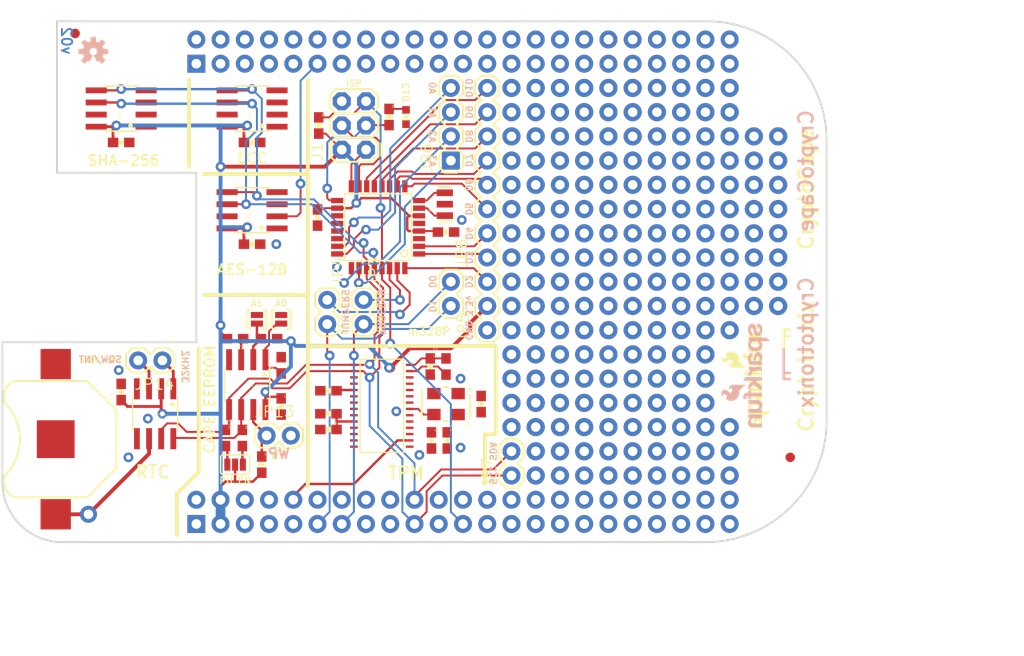
<source format=kicad_pcb>
(kicad_pcb (version 20211014) (generator pcbnew)
  (layers (0 "F.Cu" signal) (31 "B.Cu" signal) (34 "B.Paste" user) (35 "F.Paste" user) (36 "B.SilkS" user "B.Silkscreen") (37 "F.SilkS" user "F.Silkscreen") (38 "B.Mask" user) (39 "F.Mask" user) (44 "Edge.Cuts" user))
  (net 0 "")
  (net 1 "GND")
  (net 2 "VBAT")
  (net 3 "I2C2_SCL")
  (net 4 "I2C2_SDA")
  (net 5 "SYS_RESET")
  (net 6 "D0")
  (net 7 "D1")
  (net 8 "AT328P_RST")
  (net 9 "TPM_CLK")
  (net 10 "N$4")
  (net 11 "N$5")
  (net 12 "N$19")
  (net 13 "3.3V")
  (net 14 "N$18")
  (net 15 "N$20")
  (net 16 "N$21")
  (net 17 "N$22")
  (net 18 "N$23")
  (net 19 "D0'")
  (net 20 "D1'")
  (net 21 "MOSI")
  (net 22 "SCK")
  (net 23 "MISO")
  (net 24 "N$1")
  (net 25 "32KHZ")
  (net 26 "SQW")
  (net 27 "AUTH0")
  (net 28 "N$6")
  (net 29 "N$39")
  (net 30 "N$40")
  (net 31 "N$43")
  (net 32 "N$45")
  (net 33 "N$47")
  (net 34 "N$50")
  (net 35 "N$51")
  (net 36 "N$52")
  (net 37 "N$53")
  (net 38 "N$57")
  (net 39 "N$58")
  (net 40 "N$59")
  (net 41 "N$60")
  (net 42 "N$61")
  (net 43 "N$62")
  (net 44 "N$63")
  (net 45 "N$64")
  (net 46 "N$65")
  (net 47 "N$66")
  (net 48 "N$71")
  (net 49 "N$72")
  (net 50 "N$73")
  (net 51 "N$74")
  (net 52 "N$75")
  (net 53 "N$76")
  (net 54 "N$77")
  (net 55 "N$78")
  (net 56 "N$79")
  (net 57 "N$80")
  (net 58 "N$81")
  (net 59 "N$92")
  (net 60 "N$94")
  (net 61 "N$95")
  (net 62 "N$96")
  (net 63 "N$97")
  (net 64 "N$98")
  (net 65 "N$99")
  (net 66 "N$100")
  (net 67 "N$101")
  (net 68 "N$102")
  (net 69 "N$103")
  (net 70 "N$106")
  (net 71 "N$107")
  (net 72 "N$108")
  (net 73 "N$109")
  (net 74 "N$110")
  (net 75 "N$111")
  (net 76 "N$112")
  (net 77 "N$113")
  (net 78 "N$114")
  (net 79 "N$115")
  (net 80 "N$116")
  (net 81 "N$24")
  (net 82 "N$26")
  (net 83 "N$117")
  (net 84 "N$126")
  (net 85 "N$127")
  (net 86 "N$128")
  (net 87 "N$129")
  (net 88 "N$130")
  (net 89 "N$131")
  (net 90 "N$132")
  (net 91 "N$133")
  (net 92 "N$134")
  (net 93 "N$135")
  (net 94 "N$136")
  (net 95 "N$137")
  (net 96 "N$139")
  (net 97 "N$140")
  (net 98 "N$141")
  (net 99 "N$142")
  (net 100 "N$143")
  (net 101 "N$144")
  (net 102 "N$145")
  (net 103 "N$146")
  (net 104 "N$147")
  (net 105 "N$148")
  (net 106 "N$149")
  (net 107 "N$150")
  (net 108 "N$159")
  (net 109 "N$160")
  (net 110 "N$161")
  (net 111 "N$162")
  (net 112 "N$163")
  (net 113 "N$164")
  (net 114 "N$165")
  (net 115 "N$166")
  (net 116 "N$167")
  (net 117 "N$168")
  (net 118 "N$169")
  (net 119 "N$170")
  (net 120 "N$172")
  (net 121 "N$173")
  (net 122 "N$174")
  (net 123 "N$175")
  (net 124 "N$176")
  (net 125 "N$177")
  (net 126 "N$178")
  (net 127 "N$179")
  (net 128 "N$180")
  (net 129 "N$181")
  (net 130 "N$182")
  (net 131 "N$183")
  (net 132 "N$192")
  (net 133 "N$193")
  (net 134 "N$194")
  (net 135 "N$195")
  (net 136 "N$196")
  (net 137 "N$197")
  (net 138 "N$198")
  (net 139 "N$199")
  (net 140 "N$200")
  (net 141 "N$201")
  (net 142 "N$202")
  (net 143 "N$203")
  (net 144 "N$205")
  (net 145 "N$206")
  (net 146 "N$207")
  (net 147 "N$208")
  (net 148 "N$209")
  (net 149 "N$210")
  (net 150 "N$211")
  (net 151 "N$212")
  (net 152 "N$213")
  (net 153 "N$214")
  (net 154 "N$225")
  (net 155 "N$226")
  (net 156 "N$227")
  (net 157 "N$228")
  (net 158 "N$229")
  (net 159 "N$230")
  (net 160 "N$231")
  (net 161 "N$232")
  (net 162 "N$233")
  (net 163 "N$238")
  (net 164 "N$239")
  (net 165 "N$240")
  (net 166 "N$241")
  (net 167 "N$242")
  (net 168 "N$243")
  (net 169 "N$244")
  (net 170 "N$245")
  (net 171 "N$246")
  (net 172 "N$258")
  (net 173 "N$259")
  (net 174 "N$260")
  (net 175 "N$261")
  (net 176 "N$262")
  (net 177 "N$263")
  (net 178 "N$264")
  (net 179 "N$265")
  (net 180 "N$266")
  (net 181 "N$271")
  (net 182 "N$272")
  (net 183 "N$273")
  (net 184 "N$274")
  (net 185 "N$275")
  (net 186 "N$276")
  (net 187 "N$277")
  (net 188 "N$278")
  (net 189 "N$279")
  (net 190 "N$280")
  (net 191 "N$292")
  (net 192 "N$293")
  (net 193 "N$294")
  (net 194 "N$295")
  (net 195 "N$296")
  (net 196 "N$297")
  (net 197 "N$298")
  (net 198 "N$299")
  (net 199 "N$300")
  (net 200 "N$305")
  (net 201 "N$306")
  (net 202 "N$307")
  (net 203 "N$308")
  (net 204 "N$309")
  (net 205 "N$310")
  (net 206 "N$311")
  (net 207 "N$312")
  (net 208 "N$313")
  (net 209 "A1")
  (net 210 "A2")
  (net 211 "A3")
  (net 212 "D2")
  (net 213 "D3")
  (net 214 "D4")
  (net 215 "D5")
  (net 216 "D6")
  (net 217 "D7")
  (net 218 "D8")
  (net 219 "D9")
  (net 220 "D10")
  (net 221 "A0")
  (net 222 "N$12")
  (footprint "boardEagle:SOIC8" (layer "F.Cu") (at 117.7671 86.8426 90)
    (fp_text reference "SHA1")
    (fp_text value "ATSHA204")
  )
  (footprint "boardEagle:0603-RES" (layer "F.Cu") (at 145.8341 87.7316 -90)
    (fp_text reference "R2")
    (fp_text value "1k")
  )
  (footprint "boardEagle:1X02" (layer "F.Cu") (at 139.3571 106.9086 -90)
    (fp_text reference "JP4")
    (fp_text value "Serial Program JMP")
  )
  (footprint "boardEagle:0603-CAP" (layer "F.Cu") (at 131.4831 90.3986)
    (fp_text reference "C9")
    (fp_text value "0.1uF")
  )
  (footprint "boardEagle:0603-CAP" (layer "F.Cu") (at 151.9301 121.6406 -90)
    (fp_text reference "C2")
    (fp_text value ".1uf")
  )
  (footprint "boardEagle:0603-CAP" (layer "F.Cu") (at 150.1521 113.8936 -90)
    (fp_text reference "C12")
    (fp_text value "2200pf")
  )
  (footprint "boardEagle:0603-CAP" (layer "F.Cu") (at 155.4861 117.8306 90)
    (fp_text reference "C5")
    (fp_text value ".1uf")
  )
  (footprint "boardEagle:1X02" (layer "F.Cu") (at 143.1671 106.9086 -90)
    (fp_text reference "JP3")
    (fp_text value "Serial Program JMP")
  )
  (footprint "boardEagle:0603-CAP" (layer "F.Cu") (at 139.4841 118.8466 180)
    (fp_text reference "C8")
    (fp_text value "2200pf")
  )
  (footprint "boardEagle:SO08" (layer "F.Cu") (at 130.9751 115.7986 180)
    (fp_text reference "U3")
    (fp_text value "EEPROM-I2CSMD")
  )
  (footprint "boardEagle:BEAGLE_BONE_BLACK_CAPE" (layer "F.Cu") (at 105.3211 132.3086)
    (fp_text reference "U$2")
    (fp_text value "BEAGLE_BONE_BLACK_CAPE")
  )
  (footprint "boardEagle:CREATIVE_COMMONS" (layer "F.Cu") (at 129.4511 143.7386)
    (fp_text reference "FRAME1" hide)
    (fp_text value "FRAME-LEDGER" hide)
  )
  (footprint "boardEagle:0603" (layer "F.Cu") (at 129.7051 110.9726 180)
    (fp_text reference "R7")
    (fp_text value "4.7k")
  )
  (footprint "boardEagle:0603-CAP" (layer "F.Cu") (at 150.2791 121.6406 -90)
    (fp_text reference "C13")
    (fp_text value "2200pf")
  )
  (footprint "boardEagle:0603-CAP" (layer "F.Cu") (at 151.8031 99.7966)
    (fp_text reference "C14")
    (fp_text value "0.1uF")
  )
  (footprint "boardEagle:0603-CAP" (layer "F.Cu") (at 117.7671 116.5606 90)
    (fp_text reference "C3")
    (fp_text value "0.1uF")
  )
  (footprint "boardEagle:RESONATOR-SMD" (layer "F.Cu") (at 151.6761 96.8756 90)
    (fp_text reference "Y2")
    (fp_text value "8MHZ")
  )
  (footprint "boardEagle:SOIC8" (layer "F.Cu") (at 131.4831 86.8426 90)
    (fp_text reference "ECC1")
    (fp_text value "ATECC108")
  )
  (footprint "boardEagle:OSHW-LOGO-S" (layer "F.Cu") (at 114.8461 80.8736)
    (fp_text reference "U$3" hide)
    (fp_text value "" hide)
  )
  (footprint "boardEagle:0603-CAP" (layer "F.Cu") (at 139.4841 116.4336 180)
    (fp_text reference "C7")
    (fp_text value "2200pf")
  )
  (footprint "boardEagle:0603-CAP" (layer "F.Cu") (at 117.7671 90.3986)
    (fp_text reference "C6")
    (fp_text value "0.1uF")
  )
  (footprint "boardEagle:1X02" (layer "F.Cu") (at 158.6611 125.3236 90)
    (fp_text reference "JP7")
    (fp_text value "M02PTH")
  )
  (footprint "boardEagle:SOIC8" (layer "F.Cu") (at 131.4831 97.5106 90)
    (fp_text reference "AES1")
    (fp_text value "ATAES132")
  )
  (footprint "boardEagle:0603" (layer "F.Cu") (at 133.2611 110.9726)
    (fp_text reference "R8")
    (fp_text value "4.7k")
  )
  (footprint "boardEagle:BATTCON_12MM" (layer "F.Cu") (at 110.9091 121.5136 90)
    (fp_text reference "BAT1" hide)
    (fp_text value "3V" hide)
  )
  (footprint "boardEagle:1X11" (layer "F.Cu") (at 156.1211 110.0836 90)
    (fp_text reference "JP5")
    (fp_text value "M11PTH")
  )
  (footprint "boardEagle:0603-RES" (layer "F.Cu") (at 138.4681 88.6206 -90)
    (fp_text reference "R1")
    (fp_text value "10k")
  )
  (footprint "boardEagle:0603-CAP" (layer "F.Cu") (at 139.4841 120.4976 180)
    (fp_text reference "C11")
    (fp_text value ".1uf")
  )
  (footprint "boardEagle:TQFP32-08" (layer "F.Cu") (at 144.6911 99.2886 180)
    (fp_text reference "U2")
    (fp_text value "ATMEGA328P")
  )
  (footprint "boardEagle:0603-CAP" (layer "F.Cu") (at 138.3411 98.2726 -90)
    (fp_text reference "C10")
    (fp_text value "0.1uF")
  )
  (footprint "boardEagle:0603-CAP" (layer "F.Cu") (at 131.4831 101.0666)
    (fp_text reference "C4")
    (fp_text value "0.1uF")
  )
  (footprint "boardEagle:FIDUCIAL-1X2" (layer "F.Cu") (at 187.8711 123.4186)
    (fp_text reference "FID2" hide)
    (fp_text value "FIDUCIAL1X2" hide)
  )
  (footprint "boardEagle:SJ_2S-NO" (layer "F.Cu") (at 131.9911 108.9406 90)
    (fp_text reference "JP2")
    (fp_text value "Clears A1")
  )
  (footprint "boardEagle:1X02" (layer "F.Cu") (at 133.0071 121.1326)
    (fp_text reference "JP13")
    (fp_text value "Jump for Read/Write")
  )
  (footprint "boardEagle:1X02" (layer "F.Cu") (at 152.3111 105.0036 -90)
    (fp_text reference "JP8")
    (fp_text value "M02PTH")
  )
  (footprint "boardEagle:LED-0603" (layer "F.Cu") (at 147.6121 87.7316 180)
    (fp_text reference "D1")
    (fp_text value "GREEN")
  )
  (footprint "boardEagle:FIDUCIAL-1X2" (layer "F.Cu") (at 112.9411 78.9686)
    (fp_text reference "FID1" hide)
    (fp_text value "FIDUCIAL1X2" hide)
  )
  (footprint "boardEagle:TSSOP28" (layer "F.Cu") (at 145.0721 118.3386)
    (fp_text reference "TPM1")
    (fp_text value "AT97SC3204T")
  )
  (footprint "boardEagle:0603-RES" (layer "F.Cu") (at 132.4991 124.1806 -90)
    (fp_text reference "R12")
    (fp_text value "10k")
  )
  (footprint "boardEagle:SJ_2S-NO" (layer "F.Cu") (at 134.5311 108.9406 90)
    (fp_text reference "JP1")
    (fp_text value "Clears A0")
  )
  (footprint "boardEagle:SFE_LOGO_NAME_FLAME_.1" (layer "F.Cu") (at 185.8391 120.8786 90)
    (fp_text reference "U$4" hide)
    (fp_text value "" hide)
  )
  (footprint "boardEagle:0603" (layer "F.Cu") (at 134.5311 113.7666 90)
    (fp_text reference "R9")
    (fp_text value "4.7k")
  )
  (footprint "boardEagle:2X3" (layer "F.Cu") (at 143.4211 91.1606 90)
    (fp_text reference "J1")
    (fp_text value "AVR_SPI_PRG_6PTH")
  )
  (footprint "boardEagle:SJ_3_PASTE1&2&3" (layer "F.Cu") (at 129.7051 124.1806 180)
    (fp_text reference "SJ1")
    (fp_text value "Pull Up Res Jmp")
  )
  (footprint "boardEagle:0603-CAP" (layer "F.Cu") (at 134.5311 118.0846 -90)
    (fp_text reference "C1")
    (fp_text value "0.1u")
  )
  (footprint "boardEagle:1X04" (layer "F.Cu") (at 152.3111 92.3036 90)
    (fp_text reference "JP6")
    (fp_text value "")
  )
  (footprint "boardEagle:0603" (layer "F.Cu") (at 130.4671 121.3866 -90)
    (fp_text reference "R11")
    (fp_text value "4.7k")
  )
  (footprint "boardEagle:CRYSTAL-OSC-SMD-5X3.2" (layer "F.Cu") (at 151.8031 117.8306 180)
    (fp_text reference "U1")
    (fp_text value "33mhz")
  )
  (footprint "boardEagle:0603" (layer "F.Cu") (at 151.8031 113.8936 90)
    (fp_text reference "R6")
    (fp_text value "4.7K")
  )
  (footprint "boardEagle:1X02" (layer "F.Cu") (at 122.0851 113.2586 180)
    (fp_text reference "JP14")
    (fp_text value "")
  )
  (footprint "boardEagle:0603" (layer "F.Cu") (at 128.6891 121.3866 -90)
    (fp_text reference "R10")
    (fp_text value "4.7k")
  )
  (footprint "boardEagle:SOIC8" (layer "F.Cu") (at 121.3231 118.8466 180)
    (fp_text reference "RTC1")
    (fp_text value "DS3231M")
  )
  (footprint "boardEagle:OSHW-LOGO-S" (layer "B.Cu") (at 114.8461 80.8736 180)
    (fp_text reference "U$6" hide)
    (fp_text value "" hide)
  )
  (footprint "boardEagle:SFE_LOGO_NAME_FLAME_.1" (layer "B.Cu") (at 185.8391 108.9406 -90)
    (fp_text reference "U$5" hide)
    (fp_text value "" hide)
  )
  (gr_line (start 187.1853 112.0394) (end 187.1853 114.5794) (layer "B.SilkS") (width 0.254))
  (gr_line (start 187.8203 115.2144) (end 187.1853 115.2144) (layer "B.SilkS") (width 0.254))
  (gr_line (start 187.1853 114.5794) (end 187.1853 115.2144) (layer "B.SilkS") (width 0.254))
  (gr_line (start 187.8203 114.5794) (end 187.1853 114.5794) (layer "B.SilkS") (width 0.254))
  (gr_line (start 125.8951 111.9886) (end 125.8951 124.9426) (layer "F.SilkS") (width 0.4064))
  (gr_line (start 137.3251 111.7346) (end 137.3251 126.4666) (layer "F.SilkS") (width 0.4064))
  (gr_line (start 157.0101 111.7346) (end 137.3251 111.7346) (layer "F.SilkS") (width 0.4064))
  (gr_line (start 126.4031 106.4006) (end 137.3251 106.4006) (layer "F.SilkS") (width 0.4064))
  (gr_line (start 137.3251 106.4006) (end 137.3251 111.7346) (layer "F.SilkS") (width 0.4064))
  (gr_line (start 187.1853 113.2078) (end 187.1853 110.6678) (layer "F.SilkS") (width 0.254))
  (gr_line (start 137.3251 106.4006) (end 137.3251 93.7006) (layer "F.SilkS") (width 0.4064))
  (gr_line (start 123.6091 127.2286) (end 123.6091 131.5466) (layer "F.SilkS") (width 0.4064))
  (gr_line (start 155.8671 126.2126) (end 155.8671 121.0056) (layer "F.SilkS") (width 0.4064))
  (gr_line (start 155.8671 121.0056) (end 157.0101 121.0056) (layer "F.SilkS") (width 0.4064))
  (gr_line (start 124.8791 92.9386) (end 124.8791 83.7946) (layer "F.SilkS") (width 0.4064))
  (gr_line (start 157.0101 121.0056) (end 157.0101 111.7346) (layer "F.SilkS") (width 0.4064))
  (gr_line (start 125.8951 124.9426) (end 123.6091 127.2286) (layer "F.SilkS") (width 0.4064))
  (gr_line (start 187.1853 110.6678) (end 187.1853 110.0328) (layer "F.SilkS") (width 0.254))
  (gr_line (start 137.3251 93.7006) (end 137.3251 83.7946) (layer "F.SilkS") (width 0.4064))
  (gr_line (start 187.8203 110.6678) (end 187.1853 110.6678) (layer "F.SilkS") (width 0.254))
  (gr_line (start 187.8203 110.0328) (end 187.1853 110.0328) (layer "F.SilkS") (width 0.254))
  (gr_line (start 137.3251 93.7006) (end 126.4031 93.7006) (layer "F.SilkS") (width 0.4064))
  (gr_line (start 105.3211 111.3536) (end 125.6411 111.3536) (layer "Edge.Cuts") (width 0.2032))
  (gr_line (start 191.6811 119.6086) (end 191.6811 90.206647) (layer "Edge.Cuts") (width 0.2032))
  (gr_arc (start 191.6811 119.6086) (mid 187.961356 128.588856) (end 178.9811 132.3086) (layer "Edge.Cuts") (width 0.2032))
  (gr_line (start 105.3211 126.022422) (end 105.3211 111.3536) (layer "Edge.Cuts") (width 0.2032))
  (gr_line (start 125.6411 93.5736) (end 111.0361 93.5736) (layer "Edge.Cuts") (width 0.2032))
  (gr_arc (start 111.607278 132.3086) (mid 107.162279 130.467421) (end 105.3211 126.022422) (layer "Edge.Cuts") (width 0.2032))
  (gr_line (start 111.607278 132.3086) (end 178.9811 132.3086) (layer "Edge.Cuts") (width 0.2032))
  (gr_line (start 111.0361 93.5736) (end 111.0361 77.6986) (layer "Edge.Cuts") (width 0.2032))
  (gr_line (start 179.173053 77.6986) (end 111.0361 77.6986) (layer "Edge.Cuts") (width 0.2032))
  (gr_line (start 125.6411 111.3536) (end 125.6411 93.5736) (layer "Edge.Cuts") (width 0.2032))
  (gr_arc (start 179.173051 77.6986) (mid 188.017577 81.362122) (end 191.6811 90.206647) (layer "Edge.Cuts") (width 0.2032))
  (gr_text "v02" (at 111.4171 79.7306 -90) (layer "B.Cu") (effects (font (size 1.0795 1.0795) (thickness 0.1905)) (justify bottom mirror)))
  (gr_text "Cryptotronix" (at 190.4111 104.3686 -270) (layer "B.SilkS") (effects (font (size 1.5113 1.5113) (thickness 0.2667)) (justify left bottom mirror)))
  (gr_text "D4" (at 154.5971 99.9236 -90) (layer "B.SilkS") (effects (font (size 0.69088 0.69088) (thickness 0.12192)) (justify top mirror)))
  (gr_text "A1" (at 150.7871 87.2236 -90) (layer "B.SilkS") (effects (font (size 0.69088 0.69088) (thickness 0.12192)) (justify top mirror)))
  (gr_text "32KHZ" (at 124.8791 115.6716 -90) (layer "B.SilkS") (effects (font (size 0.69088 0.69088) (thickness 0.12192)) (justify left top mirror)))
  (gr_text "D2" (at 154.5971 105.0036 -90) (layer "B.SilkS") (effects (font (size 0.69088 0.69088) (thickness 0.12192)) (justify top mirror)))
  (gr_text "D6" (at 154.5971 94.8436 -90) (layer "B.SilkS") (effects (font (size 0.69088 0.69088) (thickness 0.12192)) (justify top mirror)))
  (gr_text "GND" (at 154.5971 110.0836 -90) (layer "B.SilkS") (effects (font (size 0.69088 0.69088) (thickness 0.12192)) (justify top mirror)))
  (gr_text "3.3v" (at 154.5971 107.5436 -90) (layer "B.SilkS") (effects (font (size 0.69088 0.69088) (thickness 0.12192)) (justify top mirror)))
  (gr_text "SQW/INT" (at 117.8941 112.7506) (layer "B.SilkS") (effects (font (size 0.69088 0.69088) (thickness 0.12192)) (justify left top mirror)))
  (gr_text "A0" (at 150.7871 84.6836 -90) (layer "B.SilkS") (effects (font (size 0.69088 0.69088) (thickness 0.12192)) (justify top mirror)))
  (gr_text "D3" (at 154.5971 102.4636 -90) (layer "B.SilkS") (effects (font (size 0.69088 0.69088) (thickness 0.12192)) (justify top mirror)))
  (gr_text "D5" (at 154.5971 97.3836 -90) (layer "B.SilkS") (effects (font (size 0.69088 0.69088) (thickness 0.12192)) (justify top mirror)))
  (gr_text "D1" (at 150.7871 107.5436 -90) (layer "B.SilkS") (effects (font (size 0.69088 0.69088) (thickness 0.12192)) (justify top mirror)))
  (gr_text "D8" (at 154.5971 89.7636 -90) (layer "B.SilkS") (effects (font (size 0.69088 0.69088) (thickness 0.12192)) (justify top mirror)))
  (gr_text "D9" (at 154.5971 87.2236 -90) (layer "B.SilkS") (effects (font (size 0.69088 0.69088) (thickness 0.12192)) (justify top mirror)))
  (gr_text "A3" (at 150.7871 92.3036 -90) (layer "B.SilkS") (effects (font (size 0.69088 0.69088) (thickness 0.12192)) (justify top mirror)))
  (gr_text "D7" (at 154.5971 92.3036 -90) (layer "B.SilkS") (effects (font (size 0.69088 0.69088) (thickness 0.12192)) (justify top mirror)))
  (gr_text "D0" (at 150.7871 105.0036 -90) (layer "B.SilkS") (effects (font (size 0.69088 0.69088) (thickness 0.12192)) (justify top mirror)))
  (gr_text "SCL" (at 157.1371 125.3236 -90) (layer "B.SilkS") (effects (font (size 0.69088 0.69088) (thickness 0.12192)) (justify top mirror)))
  (gr_text "CryptoCape" (at 190.4111 86.8426 -270) (layer "B.SilkS") (effects (font (size 1.5113 1.5113) (thickness 0.2667)) (justify left bottom mirror)))
  (gr_text "SDA" (at 157.1371 122.7836 -90) (layer "B.SilkS") (effects (font (size 0.69088 0.69088) (thickness 0.12192)) (justify top mirror)))
  (gr_text "A2" (at 150.7871 89.7636 -90) (layer "B.SilkS") (effects (font (size 0.69088 0.69088) (thickness 0.12192)) (justify top mirror)))
  (gr_text "D10" (at 154.5971 84.6836 -90) (layer "B.SilkS") (effects (font (size 0.69088 0.69088) (thickness 0.12192)) (justify top mirror)))
  (gr_text "PROGRAM" (at 145.4531 108.1786 -90) (layer "B.SilkS") (effects (font (size 0.69088 0.69088) (thickness 0.12192)) (justify top mirror)))
  (gr_text "JUMPERS" (at 141.6431 108.1786 -90) (layer "B.SilkS") (effects (font (size 0.69088 0.69088) (thickness 0.12192)) (justify top mirror)))
  (gr_text "WP" (at 134.2771 122.4026) (layer "B.SilkS") (effects (font (size 1.0668 1.0668) (thickness 0.2032)) (justify top mirror)))
  (gr_text "ECC" (at 131.4831 92.6846) (layer "F.SilkS") (effects (font (size 1.0795 1.0795) (thickness 0.1905)) (justify bottom)))
  (gr_text "Cryptotronix" (at 190.4111 120.8786 90) (layer "F.SilkS") (effects (font (size 1.5113 1.5113) (thickness 0.2667)) (justify left bottom)))
  (gr_text "SDA" (at 157.1371 122.7836 90) (layer "F.SilkS") (effects (font (size 0.69088 0.69088) (thickness 0.12192)) (justify bottom)))
  (gr_text "A0" (at 134.5311 107.6706) (layer "F.SilkS") (effects (font (size 0.69088 0.69088) (thickness 0.12192)) (justify bottom)))
  (gr_text "D9" (at 154.5971 87.2236 90) (layer "F.SilkS") (effects (font (size 0.69088 0.69088) (thickness 0.12192)) (justify bottom)))
  (gr_text "D8" (at 154.5971 89.7636 90) (layer "F.SilkS") (effects (font (size 0.69088 0.69088) (thickness 0.12192)) (justify bottom)))
  (gr_text "PROGRAM" (at 141.6431 108.1786 90) (layer "F.SilkS") (effects (font (size 0.69088 0.69088) (thickness 0.12192)) (justify bottom)))
  (gr_text "D10" (at 154.5971 84.6836 90) (layer "F.SilkS") (effects (font (size 0.69088 0.69088) (thickness 0.12192)) (justify bottom)))
  (gr_text "m328P" (at 150.0251 109.7026) (layer "F.SilkS") (effects (font (size 0.8636 0.8636) (thickness 0.1524)) (justify top)))
  (gr_text "TPM" (at 147.6121 125.8316) (layer "F.SilkS") (effects (font (size 1.2954 1.2954) (thickness 0.2286)) (justify bottom)))
  (gr_text "RTC" (at 121.0691 125.7046) (layer "F.SilkS") (effects (font (size 1.2954 1.2954) (thickness 0.2286)) (justify bottom)))
  (gr_text "D0" (at 150.7871 105.0036 90) (layer "F.SilkS") (effects (font (size 0.69088 0.69088) (thickness 0.12192)) (justify bottom)))
  (gr_text "D5" (at 154.5971 97.3836 90) (layer "F.SilkS") (effects (font (size 0.69088 0.69088) (thickness 0.12192)) (justify bottom)))
  (gr_text "SHA-256" (at 118.0211 91.6686) (layer "F.SilkS") (effects (font (size 1.0795 1.0795) (thickness 0.1905)) (justify top)))
  (gr_text "SCL" (at 157.1371 125.3236 90) (layer "F.SilkS") (effects (font (size 0.69088 0.69088) (thickness 0.12192)) (justify bottom)))
  (gr_text "D2" (at 154.5971 105.0036 90) (layer "F.SilkS") (effects (font (size 0.69088 0.69088) (thickness 0.12192)) (justify bottom)))
  (gr_text "A1" (at 150.7871 87.2236 90) (layer "F.SilkS") (effects (font (size 0.69088 0.69088) (thickness 0.12192)) (justify bottom)))
  (gr_text "D7" (at 154.5971 92.3036 90) (layer "F.SilkS") (effects (font (size 0.69088 0.69088) (thickness 0.12192)) (justify bottom)))
  (gr_text "GND" (at 154.5971 110.0836 90) (layer "F.SilkS") (effects (font (size 0.69088 0.69088) (thickness 0.12192)) (justify bottom)))
  (gr_text "A3" (at 150.7871 92.3036 90) (layer "F.SilkS") (effects (font (size 0.69088 0.69088) (thickness 0.12192)) (justify bottom)))
  (gr_text "A0" (at 150.7871 84.6836 90) (layer "F.SilkS") (effects (font (size 0.69088 0.69088) (thickness 0.12192)) (justify bottom)))
  (gr_text "D6" (at 154.5971 94.8436 90) (layer "F.SilkS") (effects (font (size 0.69088 0.69088) (thickness 0.12192)) (justify bottom)))
  (gr_text "D13" (at 147.6121 86.2076 90) (layer "F.SilkS") (effects (font (size 0.69088 0.69088) (thickness 0.12192)) (justify left)))
  (gr_text "D1" (at 150.7871 107.5436 90) (layer "F.SilkS") (effects (font (size 0.69088 0.69088) (thickness 0.12192)) (justify bottom)))
  (gr_text "D3" (at 154.5971 102.4636 90) (layer "F.SilkS") (effects (font (size 0.69088 0.69088) (thickness 0.12192)) (justify bottom)))
  (gr_text "ISP" (at 142.1511 84.6201) (layer "F.SilkS") (effects (font (size 0.69088 0.69088) (thickness 0.12192)) (justify bottom)))
  (gr_text "A1" (at 131.9911 107.6706) (layer "F.SilkS") (effects (font (size 0.69088 0.69088) (thickness 0.12192)) (justify bottom)))
  (gr_text "AES-128" (at 131.4831 104.3686) (layer "F.SilkS") (effects (font (size 1.0795 1.0795) (thickness 0.1905)) (justify bottom)))
  (gr_text "JUMPERS" (at 145.4531 108.1786 90) (layer "F.SilkS") (effects (font (size 0.69088 0.69088) (thickness 0.12192)) (justify bottom)))
  (gr_text "32KHZ" (at 124.8791 115.6716 90) (layer "F.SilkS") (effects (font (size 0.69088 0.69088) (thickness 0.12192)) (justify left bottom)))
  (gr_text "CAPE EEPROM" (at 127.6731 123.1646 90) (layer "F.SilkS") (effects (font (size 1.0795 1.0795) (thickness 0.1905)) (justify left bottom)))
  (gr_text "3.3v" (at 154.5971 107.5436 90) (layer "F.SilkS") (effects (font (size 0.69088 0.69088) (thickness 0.12192)) (justify bottom)))
  (gr_text "PU EN" (at 129.7051 125.4506) (layer "F.SilkS") (effects (font (size 0.69088 0.69088) (thickness 0.12192)) (justify top)))
  (gr_text "CryptoCape" (at 190.4111 101.8286 90) (layer "F.SilkS") (effects (font (size 1.5113 1.5113) (thickness 0.2667)) (justify left bottom)))
  (gr_text "D4" (at 154.5971 99.9236 90) (layer "F.SilkS") (effects (font (size 0.69088 0.69088) (thickness 0.12192)) (justify bottom)))
  (gr_text "SQW/INT" (at 117.8941 112.7506) (layer "F.SilkS") (effects (font (size 0.69088 0.69088) (thickness 0.12192)) (justify right top)))
  (gr_text "WP" (at 134.2771 122.6566) (layer "F.SilkS") (effects (font (size 0.85344 0.85344) (thickness 0.16256)) (justify top)))
  (gr_text "A2" (at 150.7871 89.7636 90) (layer "F.SilkS") (effects (font (size 0.69088 0.69088) (thickness 0.12192)) (justify bottom)))
  (via (at 140.3731 103.4796) (size 1.016) (drill 0.508) (layers "F.Cu" "B.Cu") (net 1))
  (via (at 153.3271 115.1636) (size 1.016) (drill 0.508) (layers "F.Cu" "B.Cu") (net 1))
  (via (at 118.5291 123.4186) (size 1.016) (drill 0.508) (layers "F.Cu" "B.Cu") (net 1))
  (via (at 149.0091 123.1646) (size 1.016) (drill 0.508) (layers "F.Cu" "B.Cu") (net 1))
  (via (at 153.3271 122.4026) (size 1.016) (drill 0.508) (layers "F.Cu" "B.Cu") (net 1))
  (via (at 134.0231 101.0666) (size 1.016) (drill 0.508) (layers "F.Cu" "B.Cu") (net 1))
  (via (at 153.4541 98.5266) (size 1.016) (drill 0.508) (layers "F.Cu" "B.Cu") (net 1))
  (via (at 120.5611 119.3546) (size 1.016) (drill 0.508) (layers "F.Cu" "B.Cu") (net 1))
  (via (at 146.5961 118.5926) (size 1.016) (drill 0.508) (layers "F.Cu" "B.Cu") (net 1))
  (via (at 117.5131 114.2746) (size 1.016) (drill 0.508) (layers "F.Cu" "B.Cu") (net 1))
  (segment (start 110.9091 129.3876) (end 114.3381 129.3876) (width 0.4064) (layer "F.Cu") (net 2))
  (segment (start 120.6881 123.0376) (end 114.3381 129.3876) (width 0.4064) (layer "F.Cu") (net 2))
  (segment (start 120.6881 121.4628) (end 120.6881 123.0376) (width 0.4064) (layer "F.Cu") (net 2))
  (via (at 114.3381 129.3876) (size 1.778) (drill 1) (layers "F.Cu" "B.Cu") (net 2))
  (segment (start 131.3561 86.2076) (end 131.4831 86.3346) (width 0.254) (layer "F.Cu") (net 3))
  (segment (start 133.6675 116.1796) (end 135.4201 116.1796) (width 0.2032) (layer "F.Cu") (net 3))
  (segment (start 137.2235 114.3762) (end 142.1511 114.3762) (width 0.2032) (layer "F.Cu") (net 3))
  (segment (start 149.7711 129.1336) (end 149.7711 126.9746) (width 0.2032) (layer "F.Cu") (net 3))
  (segment (start 149.7711 126.9746) (end 151.4221 125.3236) (width 0.2032) (layer "F.Cu") (net 3))
  (segment (start 148.5011 130.4036) (end 149.7711 129.1336) (width 0.2032) (layer "F.Cu") (net 3))
  (segment (start 142.1511 114.3762) (end 143.1417 114.3762) (width 0.2032) (layer "F.Cu") (net 3))
  (segment (start 129.6171 121.3866) (end 130.4671 120.5366) (width 0.2032) (layer "F.Cu") (net 3))
  (segment (start 145.1991 105.6386) (end 144.2911 104.7306) (width 0.2032) (layer "F.Cu") (net 3))
  (segment (start 144.2911 102.0636) (end 144.1831 101.9556) (width 0.2032) (layer "F.Cu") (net 3))
  (segment (start 135.4201 116.1796) (end 137.2235 114.3762) (width 0.2032) (layer "F.Cu") (net 3))
  (segment (start 123.2281 121.4628) (end 123.3043 121.3866) (width 0.254) (layer "F.Cu") (net 3))
  (segment (start 143.1417 114.3762) (end 143.8021 115.0366) (width 0.2032) (layer "F.Cu") (net 3))
  (segment (start 133.1595 115.6716) (end 133.6675 116.1796) (width 0.2032) (layer "F.Cu") (net 3))
  (segment (start 143.8021 115.0366) (end 144.8181 114.0206) (width 0.2032) (layer "F.Cu") (net 3))
  (segment (start 123.3043 121.3866) (end 129.6171 121.3866) (width 0.2032) (layer "F.Cu") (net 3))
  (segment (start 144.8181 114.0206) (end 144.8181 110.8456) (width 0.2032) (layer "F.Cu") (net 3))
  (segment (start 128.8669 86.2076) (end 131.3561 86.2076) (width 0.254) (layer "F.Cu") (net 3))
  (segment (start 144.2911 103.5812) (end 144.2911 104.7306) (width 0.2032) (layer "F.Cu") (net 3))
  (segment (start 130.3401 117.1956) (end 131.8641 115.6716) (width 0.2032) (layer "F.Cu") (net 3))
  (segment (start 130.3401 118.4148) (end 130.3401 117.1956) (width 0.2032) (layer "F.Cu") (net 3))
  (segment (start 130.3401 118.4148) (end 130.3401 120.4096) (width 0.2032) (layer "F.Cu") (net 3))
  (segment (start 128.8669 96.8756) (end 130.8481 96.8756) (width 0.2032) (layer "F.Cu") (net 3))
  (segment (start 131.8641 115.6716) (end 133.1595 115.6716) (width 0.2032) (layer "F.Cu") (net 3))
  (segment (start 117.6401 86.2076) (end 117.7671 86.3346) (width 0.254) (layer "F.Cu") (net 3))
  (segment (start 130.3401 120.4096) (end 130.4671 120.5366) (width 0.2032) (layer "F.Cu") (net 3))
  (segment (start 145.1991 110.4646) (end 145.1991 105.6386) (width 0.2032) (layer "F.Cu") (net 3))
  (segment (start 144.2911 102.0636) (end 144.2911 103.5812) (width 0.2032) (layer "F.Cu") (net 3))
  (segment (start 144.8181 110.8456) (end 145.1991 110.4646) (width 0.2032) (layer "F.Cu") (net 3))
  (segment (start 115.1509 86.2076) (end 117.6401 86.2076) (width 0.254) (layer "F.Cu") (net 3))
  (segment (start 151.4221 125.3236) (end 158.6611 125.3236) (width 0.2032) (layer "F.Cu") (net 3))
  (via (at 144.1831 101.9556) (size 1.016) (drill 0.508) (layers "F.Cu" "B.Cu") (net 3))
  (via (at 117.7671 86.3346) (size 1.016) (drill 0.508) (layers "F.Cu" "B.Cu") (net 3))
  (via (at 130.8481 96.8756) (size 1.016) (drill 0.508) (layers "F.Cu" "B.Cu") (net 3))
  (via (at 131.4831 86.3346) (size 1.016) (drill 0.508) (layers "F.Cu" "B.Cu") (net 3))
  (via (at 143.8021 115.0366) (size 1.016) (drill 0.508) (layers "F.Cu" "B.Cu") (net 3))
  (segment (start 131.9911 89.1286) (end 131.9911 86.8426) (width 0.2032) (layer "B.Cu") (net 3))
  (segment (start 130.8481 90.2716) (end 131.9911 89.1286) (width 0.2032) (layer "B.Cu") (net 3))
  (segment (start 117.7671 86.3346) (end 131.4831 86.3346) (width 0.254) (layer "B.Cu") (net 3))
  (segment (start 147.2311 123.5456) (end 147.2311 129.1336) (width 0.2032) (layer "B.Cu") (net 3))
  (segment (start 143.8021 115.0366) (end 143.8021 120.1166) (width 0.2032) (layer "B.Cu") (net 3))
  (segment (start 130.8481 96.8756) (end 137.7061 96.8756) (width 0.2032) (layer "B.Cu") (net 3))
  (segment (start 142.7861 101.9556) (end 144.1831 101.9556) (width 0.2032) (layer "B.Cu") (net 3))
  (segment (start 137.7061 96.8756) (end 142.7861 101.9556) (width 0.2032) (layer "B.Cu") (net 3))
  (segment (start 147.2311 129.1336) (end 148.5011 130.4036) (width 0.2032) (layer "B.Cu") (net 3))
  (segment (start 130.8481 96.8756) (end 130.8481 90.2716) (width 0.2032) (layer "B.Cu") (net 3))
  (segment (start 143.8021 120.1166) (end 147.2311 123.5456) (width 0.2032) (layer "B.Cu") (net 3))
  (segment (start 131.9911 86.8426) (end 131.4831 86.3346) (width 0.2032) (layer "B.Cu") (net 3))
  (segment (start 151.2951 124.6886) (end 156.7561 124.6886) (width 0.2032) (layer "F.Cu") (net 4))
  (segment (start 156.7561 124.6886) (end 158.6611 122.7836) (width 0.2032) (layer "F.Cu") (net 4))
  (segment (start 144.3101 110.5916) (end 144.6911 110.2106) (width 0.2032) (layer "F.Cu") (net 4))
  (segment (start 148.5011 127.8636) (end 148.5011 127.4826) (width 0.2032) (layer "F.Cu") (net 4))
  (segment (start 142.1511 113.7158) (end 143.7259 113.7158) (width 0.2032) (layer "F.Cu") (net 4))
  (segment (start 131.6101 95.6056) (end 131.9911 95.9866) (width 0.2032) (layer "F.Cu") (net 4))
  (segment (start 137.1219 113.7158) (end 142.1511 113.7158) (width 0.2032) (layer "F.Cu") (net 4))
  (segment (start 128.8669 84.9376) (end 131.3561 84.9376) (width 0.254) (layer "F.Cu") (net 4))
  (segment (start 144.3101 113.1316) (end 144.3101 110.5916) (width 0.2032) (layer "F.Cu") (net 4))
  (segment (start 143.8021 113.6396) (end 144.3101 113.1316) (width 0.2032) (layer "F.Cu") (net 4))
  (segment (start 128.4741 120.7516) (end 128.6891 120.5366) (width 0.2032) (layer "F.Cu") (net 4))
  (segment (start 144.6911 105.8926) (end 143.4911 104.6926) (width 0.2032) (layer "F.Cu") (net 4))
  (segment (start 133.8961 115.6716) (end 135.1661 115.6716) (width 0.2032) (layer "F.Cu") (net 4))
  (segment (start 148.5011 127.4826) (end 151.2951 124.6886) (width 0.2032) (layer "F.Cu") (net 4))
  (segment (start 117.6401 84.9376) (end 117.7671 84.8106) (width 0.254) (layer "F.Cu") (net 4))
  (segment (start 123.7361 119.8626) (end 124.6251 120.7516) (width 0.2032) (layer "F.Cu") (net 4))
  (segment (start 143.7259 113.7158) (end 143.8021 113.6396) (width 0.2032) (layer "F.Cu") (net 4))
  (segment (start 133.3881 115.1636) (end 133.8961 115.6716) (width 0.2032) (layer "F.Cu") (net 4))
  (segment (start 143.4911 103.5812) (end 143.4911 104.6926) (width 0.2032) (layer "F.Cu") (net 4))
  (segment (start 122.5931 119.8626) (end 123.7361 119.8626) (width 0.2032) (layer "F.Cu") (net 4))
  (segment (start 143.1671 102.3366) (end 143.1671 100.9396) (width 0.2032) (layer "F.Cu") (net 4))
  (segment (start 128.8669 95.6056) (end 131.6101 95.6056) (width 0.2032) (layer "F.Cu") (net 4))
  (segment (start 115.1509 84.9376) (end 117.6401 84.9376) (width 0.254) (layer "F.Cu") (net 4))
  (segment (start 143.4911 103.5812) (end 143.4911 102.6606) (width 0.2032) (layer "F.Cu") (net 4))
  (segment (start 144.6911 110.2106) (end 144.6911 105.8926) (width 0.2032) (layer "F.Cu") (net 4))
  (segment (start 129.0701 118.4148) (end 129.0701 120.1556) (width 0.254) (layer "F.Cu") (net 4))
  (segment (start 131.3561 84.9376) (end 131.4831 84.8106) (width 0.254) (layer "F.Cu") (net 4))
  (segment (start 124.6251 120.7516) (end 128.4741 120.7516) (width 0.2032) (layer "F.Cu") (net 4))
  (segment (start 129.0701 120.1556) (end 128.6891 120.5366) (width 0.254) (layer "F.Cu") (net 4))
  (segment (start 121.9581 120.4976) (end 122.5931 119.8626) (width 0.2032) (layer "F.Cu") (net 4))
  (segment (start 135.1661 115.6716) (end 137.1219 113.7158) (width 0.2032) (layer "F.Cu") (net 4))
  (segment (start 129.0701 117.1956) (end 131.1021 115.1636) (width 0.2032) (layer "F.Cu") (net 4))
  (segment (start 129.0701 118.4148) (end 129.0701 117.1956) (width 0.2032) (layer "F.Cu") (net 4))
  (segment (start 121.9581 121.4628) (end 121.9581 120.4976) (width 0.2032) (layer "F.Cu") (net 4))
  (segment (start 131.1021 115.1636) (end 133.3881 115.1636) (width 0.2032) (layer "F.Cu") (net 4))
  (segment (start 143.4911 102.6606) (end 143.1671 102.3366) (width 0.2032) (layer "F.Cu") (net 4))
  (via (at 143.8021 113.6396) (size 1.016) (drill 0.508) (layers "F.Cu" "B.Cu") (net 4))
  (via (at 143.1671 100.9396) (size 1.016) (drill 0.508) (layers "F.Cu" "B.Cu") (net 4))
  (via (at 131.4831 84.8106) (size 1.016) (drill 0.508) (layers "F.Cu" "B.Cu") (net 4))
  (via (at 117.7671 84.8106) (size 1.016) (drill 0.508) (layers "F.Cu" "B.Cu") (net 4))
  (via (at 131.9911 95.9866) (size 1.016) (drill 0.508) (layers "F.Cu" "B.Cu") (net 4))
  (segment (start 132.4991 85.8266) (end 131.4831 84.8106) (width 0.2032) (layer "B.Cu") (net 4))
  (segment (start 131.9911 95.9866) (end 132.3721 96.3676) (width 0.2032) (layer "B.Cu") (net 4))
  (segment (start 131.9911 95.9866) (end 131.9911 89.8906) (width 0.2032) (layer "B.Cu") (net 4))
  (segment (start 144.6911 114.5286) (end 144.6911 120.2436) (width 0.2032) (layer "B.Cu") (net 4))
  (segment (start 143.8021 113.6396) (end 144.6911 114.5286) (width 0.2032) (layer "B.Cu") (net 4))
  (segment (start 142.5321 100.9396) (end 143.1671 100.9396) (width 0.2032) (layer "B.Cu") (net 4))
  (segment (start 117.7671 84.8106) (end 131.4831 84.8106) (width 0.254) (layer "B.Cu") (net 4))
  (segment (start 132.4991 89.3826) (end 132.4991 85.8266) (width 0.2032) (layer "B.Cu") (net 4))
  (segment (start 131.9911 89.8906) (end 132.4991 89.3826) (width 0.2032) (layer "B.Cu") (net 4))
  (segment (start 148.5011 124.0536) (end 148.5011 127.8636) (width 0.2032) (layer "B.Cu") (net 4))
  (segment (start 144.6911 120.2436) (end 148.5011 124.0536) (width 0.2032) (layer "B.Cu") (net 4))
  (segment (start 132.3721 96.3676) (end 137.9601 96.3676) (width 0.2032) (layer "B.Cu") (net 4))
  (segment (start 137.9601 96.3676) (end 142.5321 100.9396) (width 0.2032) (layer "B.Cu") (net 4))
  (segment (start 135.8011 127.4826) (end 137.0711 126.2126) (width 0.254) (layer "F.Cu") (net 5))
  (segment (start 137.0711 126.2126) (end 142.1511 126.2126) (width 0.254) (layer "F.Cu") (net 5))
  (segment (start 142.1511 126.2126) (end 146.7231 121.6406) (width 0.254) (layer "F.Cu") (net 5))
  (segment (start 135.8011 127.8636) (end 135.8011 127.4826) (width 0.254) (layer "F.Cu") (net 5))
  (segment (start 147.9931 121.6406) (end 146.7231 121.6406) (width 0.254) (layer "F.Cu") (net 5))
  (segment (start 142.1511 112.7506) (end 142.1511 110.4646) (width 0.2032) (layer "F.Cu") (net 6))
  (segment (start 142.1511 110.4646) (end 143.1671 109.4486) (width 0.2032) (layer "F.Cu") (net 6))
  (via (at 142.1511 112.7506) (size 1.016) (drill 0.508) (layers "F.Cu" "B.Cu") (net 6))
  (segment (start 147.8661 109.4486) (end 152.3111 105.0036) (width 0.2032) (layer "B.Cu") (net 6))
  (segment (start 142.1511 129.1336) (end 142.1511 112.7506) (width 0.2032) (layer "B.Cu") (net 6))
  (segment (start 143.1671 109.4486) (end 147.8661 109.4486) (width 0.2032) (layer "B.Cu") (net 6))
  (segment (start 140.8811 130.4036) (end 142.1511 129.1336) (width 0.2032) (layer "B.Cu") (net 6))
  (segment (start 139.3571 109.4486) (end 139.3571 112.4966) (width 0.2032) (layer "F.Cu") (net 7))
  (segment (start 139.3571 112.4966) (end 139.6111 112.7506) (width 0.2032) (layer "F.Cu") (net 7))
  (via (at 139.6111 112.7506) (size 1.016) (drill 0.508) (layers "F.Cu" "B.Cu") (net 7))
  (segment (start 139.3571 109.4486) (end 140.8811 110.9726) (width 0.2032) (layer "B.Cu") (net 7))
  (segment (start 139.6111 129.1336) (end 138.3411 130.4036) (width 0.2032) (layer "B.Cu") (net 7))
  (segment (start 144.4371 110.9726) (end 145.4531 109.9566) (width 0.2032) (layer "B.Cu") (net 7))
  (segment (start 145.4531 109.9566) (end 149.8981 109.9566) (width 0.2032) (layer "B.Cu") (net 7))
  (segment (start 139.6111 112.7506) (end 139.6111 129.1336) (width 0.2032) (layer "B.Cu") (net 7))
  (segment (start 140.8811 110.9726) (end 144.4371 110.9726) (width 0.2032) (layer "B.Cu") (net 7))
  (segment (start 149.8981 109.9566) (end 152.3111 107.5436) (width 0.2032) (layer "B.Cu") (net 7))
  (segment (start 145.9611 105.6386) (end 145.0911 104.7686) (width 0.2032) (layer "F.Cu") (net 8))
  (segment (start 139.5721 87.7706) (end 139.9921 87.3506) (width 0.2032) (layer "F.Cu") (net 8))
  (segment (start 145.0911 103.5812) (end 145.0911 104.7686) (width 0.2032) (layer "F.Cu") (net 8))
  (segment (start 138.4681 87.7706) (end 139.5721 87.7706) (width 0.2032) (layer "F.Cu") (net 8))
  (segment (start 145.9611 111.4806) (end 145.9611 105.6386) (width 0.2032) (layer "F.Cu") (net 8))
  (segment (start 145.0911 97.4026) (end 145.0911 103.5812) (width 0.2032) (layer "F.Cu") (net 8))
  (segment (start 142.1511 87.3506) (end 143.4211 86.0806) (width 0.2032) (layer "F.Cu") (net 8))
  (segment (start 144.9451 97.2566) (end 145.0911 97.4026) (width 0.2032) (layer "F.Cu") (net 8))
  (segment (start 139.9921 87.3506) (end 142.1511 87.3506) (width 0.2032) (layer "F.Cu") (net 8))
  (via (at 144.9451 97.2566) (size 1.016) (drill 0.508) (layers "F.Cu" "B.Cu") (net 8))
  (via (at 145.9611 111.4806) (size 1.016) (drill 0.508) (layers "F.Cu" "B.Cu") (net 8))
  (segment (start 144.9451 87.6046) (end 144.9451 97.2566) (width 0.2032) (layer "B.Cu") (net 8))
  (segment (start 152.3111 117.8306) (end 145.9611 111.4806) (width 0.2032) (layer "B.Cu") (net 8))
  (segment (start 152.3111 129.1336) (end 152.3111 117.8306) (width 0.2032) (layer "B.Cu") (net 8))
  (segment (start 153.5811 130.4036) (end 152.3111 129.1336) (width 0.2032) (layer "B.Cu") (net 8))
  (segment (start 143.4211 86.0806) (end 144.9451 87.6046) (width 0.2032) (layer "B.Cu") (net 8))
  (segment (start 148.8821 118.3386) (end 149.4741 118.9306) (width 0.2032) (layer "F.Cu") (net 9))
  (segment (start 147.9991 118.3386) (end 148.8821 118.3386) (width 0.2032) (layer "F.Cu") (net 9))
  (segment (start 150.5331 118.9306) (end 149.4741 118.9306) (width 0.2032) (layer "F.Cu") (net 9))
  (segment (start 148.9837 97.2886) (end 149.8031 97.2886) (width 0.2032) (layer "F.Cu") (net 10))
  (segment (start 150.5901 98.0756) (end 151.6761 98.0756) (width 0.2032) (layer "F.Cu") (net 10))
  (segment (start 149.8031 97.2886) (end 150.5901 98.0756) (width 0.2032) (layer "F.Cu") (net 10))
  (segment (start 148.9837 96.4886) (end 149.7771 96.4886) (width 0.2032) (layer "F.Cu") (net 11))
  (segment (start 149.7771 96.4886) (end 150.5901 95.6756) (width 0.2032) (layer "F.Cu") (net 11))
  (segment (start 150.5901 95.6756) (end 151.6761 95.6756) (width 0.2032) (layer "F.Cu") (net 11))
  (segment (start 147.9931 114.3762) (end 148.7805 114.3762) (width 0.2032) (layer "F.Cu") (net 12))
  (segment (start 149.2631 113.8936) (end 150.9531 113.8936) (width 0.2032) (layer "F.Cu") (net 12))
  (segment (start 148.7805 114.3762) (end 149.2631 113.8936) (width 0.2032) (layer "F.Cu") (net 12))
  (segment (start 150.9531 113.8936) (end 151.8031 114.7436) (width 0.2032) (layer "F.Cu") (net 12))
  (segment (start 148.5519 113.7158) (end 149.2241 113.0436) (width 0.2032) (layer "F.Cu") (net 13))
  (segment (start 132.8801 117.0686) (end 132.8801 116.5606) (width 0.254) (layer "F.Cu") (net 13))
  (segment (start 154.3431 109.9566) (end 152.3111 111.9886) (width 0.4064) (layer "F.Cu") (net 13))
  (segment (start 145.8341 114.0206) (end 145.9611 114.0206) (width 1.016) (layer "F.Cu") (net 13))
  (segment (start 131.5711 125.9586) (end 129.7051 125.9586) (width 0.254) (layer "F.Cu") (net 13))
  (segment (start 130.6331 90.3986) (end 130.6331 88.9626) (width 0.3048) (layer "F.Cu") (net 13))
  (segment (start 147.8851 99.6886) (end 147.7391 99.5426) (width 0.254) (layer "F.Cu") (net 13))
  (segment (start 148.9837 99.6886) (end 147.8851 99.6886) (width 0.254) (layer "F.Cu") (net 13))
  (segment (start 148.9837 98.0886) (end 147.9231 98.0886) (width 0.254) (layer "F.Cu") (net 13))
  (segment (start 142.1511 119.6594) (end 140.3341 119.6594) (width 0.254) (layer "F.Cu") (net 13))
  (segment (start 129.7051 125.9586) (end 128.6891 125.9586) (width 0.254) (layer "F.Cu") (net 13))
  (segment (start 115.1509 88.7476) (end 117.1321 88.7476) (width 0.3048) (layer "F.Cu") (net 13))
  (segment (start 128.8551 110.9726) (end 128.1811 110.2986) (width 0.254) (layer "F.Cu") (net 13))
  (segment (start 134.3651 117.0686) (end 132.8801 117.0686) (width 0.254) (layer "F.Cu") (net 13))
  (segment (start 128.1811 110.2986) (end 128.1811 109.5756) (width 0.254) (layer "F.Cu") (net 13))
  (segment (start 132.8801 118.4148) (end 132.8801 117.0686) (width 0.254) (layer "F.Cu") (net 13))
  (segment (start 141.8651 97.2886) (end 140.3985 97.2886) (width 0.254) (layer "F.Cu") (net 13))
  (segment (start 151.8031 113.0436) (end 150.1521 113.0436) (width 0.2032) (layer "F.Cu") (net 13))
  (segment (start 116.9171 88.9626) (end 117.2591 88.6206) (width 0.3048) (layer "F.Cu") (net 13))
  (segment (start 130.6331 99.6306) (end 130.9751 99.2886) (width 0.3048) (layer "F.Cu") (net 13))
  (segment (start 117.7671 117.4106) (end 118.4411 118.0846) (width 0.3048) (layer "F.Cu") (net 13))
  (segment (start 121.9581 118.0846) (end 121.9581 118.8466) (width 0.3048) (layer "F.Cu") (net 13))
  (segment (start 140.3341 119.6594) (end 140.3341 120.4976) (width 0.254) (layer "F.Cu") (net 13))
  (segment (start 147.9931 111.9886) (end 152.3111 111.9886) (width 0.4064) (layer "F.Cu") (net 13))
  (segment (start 121.9581 116.2304) (end 121.9581 118.0846) (width 0.3048) (layer "F.Cu") (net 13))
  (segment (start 142.9131 96.2406) (end 146.0751 96.2406) (width 0.254) (layer "F.Cu") (net 13))
  (segment (start 132.4991 125.0306) (end 131.5711 125.9586) (width 0.254) (layer "F.Cu") (net 13))
  (segment (start 142.1511 116.3574) (end 140.4611 116.3574) (width 0.254) (layer "F.Cu") (net 13))
  (segment (start 138.4751 97.2886) (end 138.3411 97.4226) (width 0.2032) (layer "F.Cu") (net 13))
  (segment (start 130.8481 88.7476) (end 130.9751 88.6206) (width 0.3048) (layer "F.Cu") (net 13))
  (segment (start 116.9171 90.3986) (end 116.9171 88.9626) (width 0.3048) (layer "F.Cu") (net 13))
  (segment (start 140.3341 118.8466) (end 140.3341 119.6594) (width 0.254) (layer "F.Cu") (net 13))
  (segment (start 145.9611 114.0206) (end 147.9931 111.9886) (width 0.4064) (layer "F.Cu") (net 13))
  (segment (start 140.4611 116.3574) (end 140.3341 116.4336) (width 0.254) (layer "F.Cu") (net 13))
  (segment (start 139.1911 89.4706) (end 140.8811 91.1606) (width 0.2032) (layer "F.Cu") (net 13))
  (segment (start 130.8481 99.4156) (end 130.9751 99.2886) (width 0.3048) (layer "F.Cu") (net 13))
  (segment (start 130.6331 88.9626) (end 130.8481 88.7476) (width 0.3048) (layer "F.Cu") (net 13))
  (segment (start 148.9837 99.6886) (end 150.5131 99.6886) (width 0.2032) (layer "F.Cu") (net 13))
  (segment (start 154.3431 109.3216) (end 154.3431 109.9566) (width 0.4064) (layer "F.Cu") (net 13))
  (segment (start 128.1811 92.9386) (end 139.1031 92.9386) (width 0.4064) (layer "F.Cu") (net 13))
  (segment (start 134.5311 117.2346) (end 134.3651 117.0686) (width 0.254) (layer "F.Cu") (net 13))
  (segment (start 128.1811 127.8636) (end 128.1811 126.4666) (width 0.254) (layer "F.Cu") (net 13))
  (segment (start 118.4411 118.0846) (end 121.9581 118.0846) (width 0.3048) (layer "F.Cu") (net 13))
  (segment (start 150.1521 113.0436) (end 149.2241 113.0436) (width 0.2032) (layer "F.Cu") (net 13))
  (segment (start 121.9581 118.8466) (end 122.0851 118.8466) (width 0.3048) (layer "F.Cu") (net 13))
  (segment (start 139.1031 92.9386) (end 140.8811 91.1606) (width 0.4064) (layer "F.Cu") (net 13))
  (segment (start 142.4051 96.7486) (end 142.9131 96.2406) (width 0.254) (layer "F.Cu") (net 13))
  (segment (start 147.7391 98.2726) (end 147.7391 99.5426) (width 0.254) (layer "F.Cu") (net 13))
  (segment (start 128.8669 99.4156) (end 130.8481 99.4156) (width 0.3048) (layer "F.Cu") (net 13))
  (segment (start 130.6331 101.0666) (end 130.6331 99.6306) (width 0.3048) (layer "F.Cu") (net 13))
  (segment (start 140.3985 97.2886) (end 138.4751 97.2886) (width 0.2032) (layer "F.Cu") (net 13))
  (segment (start 147.9231 98.0886) (end 147.7391 98.2726) (width 0.254) (layer "F.Cu") (net 13))
  (segment (start 128.1811 126.4666) (end 128.6891 125.9586) (width 0.254) (layer "F.Cu") (net 13))
  (segment (start 129.7051 124.1806) (end 129.7051 125.9586) (width 0.254) (layer "F.Cu") (net 13))
  (segment (start 146.0751 96.2406) (end 147.9231 98.0886) (width 0.254) (layer "F.Cu") (net 13))
  (segment (start 128.8669 88.7476) (end 130.8481 88.7476) (width 0.3048) (layer "F.Cu") (net 13))
  (segment (start 138.4681 89.4706) (end 139.1911 89.4706) (width 0.2032) (layer "F.Cu") (net 13))
  (segment (start 142.4051 96.7486) (end 141.8651 97.2886) (width 0.254) (layer "F.Cu") (net 13))
  (segment (start 150.5131 99.6886) (end 150.9531 99.7966) (width 0.2032) (layer "F.Cu") (net 13))
  (segment (start 147.9931 113.7158) (end 148.5519 113.7158) (width 0.2032) (layer "F.Cu") (net 13))
  (segment (start 156.1211 107.5436) (end 154.3431 109.3216) (width 0.4064) (layer "F.Cu") (net 13))
  (segment (start 117.1321 88.7476) (end 117.2591 88.6206) (width 0.3048) (layer "F.Cu") (net 13))
  (via (at 117.2591 88.6206) (size 1.016) (drill 0.508) (layers "F.Cu" "B.Cu") (net 13))
  (via (at 130.9751 99.2886) (size 1.016) (drill 0.508) (layers "F.Cu" "B.Cu") (net 13))
  (via (at 128.1811 92.9386) (size 1.016) (drill 0.508) (layers "F.Cu" "B.Cu") (net 13))
  (via (at 145.8341 114.0206) (size 1.016) (drill 0.508) (layers "F.Cu" "B.Cu") (net 13))
  (via (at 142.4051 96.7486) (size 1.016) (drill 0.508) (layers "F.Cu" "B.Cu") (net 13))
  (via (at 122.0851 118.8466) (size 1.016) (drill 0.508) (layers "F.Cu" "B.Cu") (net 13))
  (via (at 135.5471 111.2266) (size 1.016) (drill 0.508) (layers "F.Cu" "B.Cu") (net 13))
  (via (at 130.9751 88.6206) (size 1.016) (drill 0.508) (layers "F.Cu" "B.Cu") (net 13))
  (via (at 128.1811 109.5756) (size 1.016) (drill 0.508) (layers "F.Cu" "B.Cu") (net 13))
  (via (at 132.8801 116.5606) (size 1.016) (drill 0.508) (layers "F.Cu" "B.Cu") (net 13))
  (segment (start 142.4051 92.6846) (end 142.4051 96.7486) (width 0.4064) (layer "B.Cu") (net 13))
  (segment (start 132.8801 116.5606) (end 135.5471 113.8936) (width 0.4064) (layer "B.Cu") (net 13))
  (segment (start 128.1811 99.2886) (end 128.1811 92.9386) (width 0.4064) (layer "B.Cu") (net 13))
  (segment (start 140.8811 91.1606) (end 142.4051 92.6846) (width 0.4064) (layer "B.Cu") (net 13))
  (segment (start 135.5471 111.2266) (end 128.1811 111.2266) (width 0.4064) (layer "B.Cu") (net 13))
  (segment (start 143.6751 111.7346) (end 145.8341 113.8936) (width 0.4064) (layer "B.Cu") (net 13))
  (segment (start 128.1811 92.9386) (end 128.1811 88.6206) (width 0.4064) (layer "B.Cu") (net 13))
  (segment (start 128.1811 109.5756) (end 128.1811 99.2886) (width 0.4064) (layer "B.Cu") (net 13))
  (segment (start 135.5471 111.2266) (end 136.0551 111.7346) (width 0.4064) (layer "B.Cu") (net 13))
  (segment (start 136.0551 111.7346) (end 143.6751 111.7346) (width 0.4064) (layer "B.Cu") (net 13))
  (segment (start 145.8341 114.0206) (end 145.8341 113.7666) (width 0.4064) (layer "B.Cu") (net 13))
  (segment (start 128.1811 130.4036) (end 128.1811 127.8636) (width 1.016) (layer "B.Cu") (net 13))
  (segment (start 128.1811 127.8636) (end 128.1811 118.8466) (width 0.4064) (layer "B.Cu") (net 13))
  (segment (start 117.2591 88.6206) (end 128.1811 88.6206) (width 0.4064) (layer "B.Cu") (net 13))
  (segment (start 130.9751 99.2886) (end 128.1811 99.2886) (width 0.4064) (layer "B.Cu") (net 13))
  (segment (start 128.1811 111.2266) (end 128.1811 109.5756) (width 0.4064) (layer "B.Cu") (net 13))
  (segment (start 128.1811 118.8466) (end 128.1811 111.2266) (width 0.4064) (layer "B.Cu") (net 13))
  (segment (start 128.1811 118.8466) (end 122.0851 118.8466) (width 0.4064) (layer "B.Cu") (net 13))
  (segment (start 145.8341 113.8936) (end 145.8341 114.0206) (width 0.4064) (layer "B.Cu") (net 13))
  (segment (start 135.5471 113.8936) (end 135.5471 111.2266) (width 0.4064) (layer "B.Cu") (net 13))
  (segment (start 128.1811 88.6206) (end 130.9751 88.6206) (width 0.4064) (layer "B.Cu") (net 13))
  (segment (start 130.3401 113.1824) (end 130.3401 111.1876) (width 0.254) (layer "F.Cu") (net 14))
  (segment (start 130.356466 111.105323) (end 130.403072 111.035572) (width 0.254) (layer "F.Cu") (net 14))
  (segment (start 130.3401 111.1876) (end 130.356466 111.105323) (width 0.254) (layer "F.Cu") (net 14))
  (segment (start 130.403072 111.035572) (end 130.5551 110.9726) (width 0.254) (layer "F.Cu") (net 14))
  (segment (start 130.3401 111.1876) (end 130.3401 111.1876) (width 0.254) (layer "F.Cu") (net 14))
  (segment (start 131.9911 109.3906) (end 131.9911 110.5526) (width 0.254) (layer "F.Cu") (net 15))
  (segment (start 131.6101 113.1824) (end 131.6101 111.7736) (width 0.254) (layer "F.Cu") (net 15))
  (segment (start 131.9911 110.5526) (end 132.4111 110.9726) (width 0.254) (layer "F.Cu") (net 15))
  (segment (start 131.6101 111.7736) (end 132.4111 110.9726) (width 0.254) (layer "F.Cu") (net 15))
  (segment (start 132.8801 111.9886) (end 132.8801 113.1824) (width 0.2032) (layer "F.Cu") (net 16))
  (segment (start 134.0811 109.3906) (end 133.2611 110.2106) (width 0.2032) (layer "F.Cu") (net 16))
  (segment (start 132.8801 114.0206) (end 132.8801 113.1824) (width 0.2032) (layer "F.Cu") (net 16))
  (segment (start 133.9351 114.0206) (end 132.8801 114.0206) (width 0.2032) (layer "F.Cu") (net 16))
  (segment (start 134.5311 109.3906) (end 134.0811 109.3906) (width 0.2032) (layer "F.Cu") (net 16))
  (segment (start 133.2611 111.6076) (end 132.8801 111.9886) (width 0.2032) (layer "F.Cu") (net 16))
  (segment (start 133.2611 110.2106) (end 133.2611 111.6076) (width 0.2032) (layer "F.Cu") (net 16))
  (segment (start 134.5311 114.6166) (end 133.9351 114.0206) (width 0.2032) (layer "F.Cu") (net 16))
  (segment (start 128.8923 124.1806) (end 128.8923 122.4398) (width 0.254) (layer "F.Cu") (net 17))
  (segment (start 128.8923 122.4398) (end 128.6891 122.2366) (width 0.254) (layer "F.Cu") (net 17))
  (segment (start 130.4671 124.1298) (end 130.5179 124.1806) (width 0.254) (layer "F.Cu") (net 18))
  (segment (start 130.4671 122.2366) (end 130.4671 124.1298) (width 0.254) (layer "F.Cu") (net 18))
  (segment (start 145.8911 103.5812) (end 145.8911 104.8066) (width 0.2032) (layer "F.Cu") (net 19))
  (segment (start 146.9771 105.8926) (end 145.8911 104.8066) (width 0.2032) (layer "F.Cu") (net 19))
  (segment (start 146.9771 106.9086) (end 146.9771 105.8926) (width 0.2032) (layer "F.Cu") (net 19))
  (via (at 146.9771 106.9086) (size 1.016) (drill 0.508) (layers "F.Cu" "B.Cu") (net 19))
  (segment (start 143.1671 106.9086) (end 146.9771 106.9086) (width 0.2032) (layer "B.Cu") (net 19))
  (segment (start 147.9931 106.1466) (end 147.9931 107.4166) (width 0.2032) (layer "F.Cu") (net 20))
  (segment (start 147.9931 106.1466) (end 146.6911 104.8446) (width 0.2032) (layer "F.Cu") (net 20))
  (segment (start 146.6911 104.8446) (end 146.6911 103.5812) (width 0.2032) (layer "F.Cu") (net 20))
  (segment (start 147.9931 107.4166) (end 146.9771 108.4326) (width 0.2032) (layer "F.Cu") (net 20))
  (via (at 146.9771 108.4326) (size 1.016) (drill 0.508) (layers "F.Cu" "B.Cu") (net 20))
  (segment (start 139.3571 106.9086) (end 140.6271 108.1786) (width 0.2032) (layer "B.Cu") (net 20))
  (segment (start 146.7231 108.1786) (end 146.9771 108.4326) (width 0.2032) (layer "B.Cu") (net 20))
  (segment (start 140.6271 108.1786) (end 146.7231 108.1786) (width 0.2032) (layer "B.Cu") (net 20))
  (segment (start 142.1511 89.8906) (end 140.8811 88.6206) (width 0.2032) (layer "F.Cu") (net 21))
  (segment (start 144.9451 90.3986) (end 144.4371 89.8906) (width 0.2032) (layer "F.Cu") (net 21))
  (segment (start 144.1831 92.6846) (end 144.9451 91.9226) (width 0.2032) (layer "F.Cu") (net 21))
  (segment (start 142.6911 92.9066) (end 142.9131 92.6846) (width 0.2032) (layer "F.Cu") (net 21))
  (segment (start 144.4371 89.8906) (end 142.1511 89.8906) (width 0.2032) (layer "F.Cu") (net 21))
  (segment (start 142.9131 92.6846) (end 144.1831 92.6846) (width 0.2032) (layer "F.Cu") (net 21))
  (segment (start 144.9451 91.9226) (end 144.9451 90.3986) (width 0.2032) (layer "F.Cu") (net 21))
  (segment (start 142.6911 94.996) (end 142.6911 92.9066) (width 0.2032) (layer "F.Cu") (net 21))
  (segment (start 139.5797 96.4632) (end 139.3571 96.2406) (width 0.2032) (layer "F.Cu") (net 22))
  (segment (start 145.8341 88.5816) (end 143.4601 88.5816) (width 0.2032) (layer "F.Cu") (net 22))
  (segment (start 140.3731 96.4632) (end 139.5797 96.4632) (width 0.2032) (layer "F.Cu") (net 22))
  (segment (start 139.3571 96.2406) (end 139.3571 95.2246) (width 0.2032) (layer "F.Cu") (net 22))
  (segment (start 140.3731 96.4632) (end 140.3985 96.4886) (width 0.2032) (layer "F.Cu") (net 22))
  (segment (start 143.4601 88.5816) (end 143.4211 88.6206) (width 0.2032) (layer "F.Cu") (net 22))
  (via (at 139.3571 95.2246) (size 1.016) (drill 0.508) (layers "F.Cu" "B.Cu") (net 22))
  (segment (start 139.8651 89.8906) (end 139.3571 90.3986) (width 0.2032) (layer "B.Cu") (net 22))
  (segment (start 142.1511 89.8906) (end 139.8651 89.8906) (width 0.2032) (layer "B.Cu") (net 22))
  (segment (start 143.4211 88.6206) (end 142.1511 89.8906) (width 0.2032) (layer "B.Cu") (net 22))
  (segment (start 139.3571 90.3986) (end 139.3571 95.2246) (width 0.2032) (layer "B.Cu") (net 22))
  (segment (start 141.8911 94.996) (end 141.8911 92.6906) (width 0.2032) (layer "F.Cu") (net 23))
  (segment (start 141.8911 92.6906) (end 143.4211 91.1606) (width 0.2032) (layer "F.Cu") (net 23))
  (segment (start 131.6101 119.7356) (end 133.0071 121.1326) (width 0.254) (layer "F.Cu") (net 24))
  (segment (start 131.6101 118.4148) (end 131.6101 119.7356) (width 0.254) (layer "F.Cu") (net 24))
  (segment (start 132.4991 121.6406) (end 132.4991 123.3306) (width 0.254) (layer "F.Cu") (net 24))
  (segment (start 133.0071 121.1326) (end 132.4991 121.6406) (width 0.254) (layer "F.Cu") (net 24))
  (segment (start 123.2281 116.2304) (end 123.2281 114.4016) (width 0.3048) (layer "F.Cu") (net 25))
  (segment (start 123.2281 114.4016) (end 122.0851 113.2586) (width 0.3048) (layer "F.Cu") (net 25))
  (segment (start 120.6881 114.4016) (end 119.5451 113.2586) (width 0.3048) (layer "F.Cu") (net 26))
  (segment (start 120.6881 116.2304) (end 120.6881 114.4016) (width 0.3048) (layer "F.Cu") (net 26))
  (segment (start 134.0993 98.1456) (end 136.1821 98.1456) (width 0.2032) (layer "F.Cu") (net 27))
  (segment (start 136.5631 97.7646) (end 136.5631 94.7166) (width 0.2032) (layer "F.Cu") (net 27))
  (segment (start 136.1821 98.1456) (end 136.5631 97.7646) (width 0.2032) (layer "F.Cu") (net 27))
  (via (at 136.5631 94.7166) (size 1.016) (drill 0.508) (layers "F.Cu" "B.Cu") (net 27))
  (segment (start 136.5631 94.7166) (end 136.5631 83.9216) (width 0.2032) (layer "B.Cu") (net 27))
  (segment (start 136.5631 83.9216) (end 138.3411 82.1436) (width 0.2032) (layer "B.Cu") (net 27))
  (via (at 158.6611 84.6836) (size 1.905) (drill 1) (layers "F.Cu" "B.Cu") (net 28))
  (via (at 161.2011 84.6836) (size 1.905) (drill 1) (layers "F.Cu" "B.Cu") (net 29))
  (via (at 163.7411 84.6836) (size 1.905) (drill 1) (layers "F.Cu" "B.Cu") (net 30))
  (via (at 166.2811 84.6836) (size 1.905) (drill 1) (layers "F.Cu" "B.Cu") (net 31))
  (via (at 168.8211 84.6836) (size 1.905) (drill 1) (layers "F.Cu" "B.Cu") (net 32))
  (via (at 171.3611 84.6836) (size 1.905) (drill 1) (layers "F.Cu" "B.Cu") (net 33))
  (via (at 173.9011 84.6836) (size 1.905) (drill 1) (layers "F.Cu" "B.Cu") (net 34))
  (via (at 176.4411 84.6836) (size 1.905) (drill 1) (layers "F.Cu" "B.Cu") (net 35))
  (via (at 178.9811 84.6836) (size 1.905) (drill 1) (layers "F.Cu" "B.Cu") (net 36))
  (via (at 181.5211 84.6836) (size 1.905) (drill 1) (layers "F.Cu" "B.Cu") (net 37))
  (via (at 158.6611 87.2236) (size 1.905) (drill 1) (layers "F.Cu" "B.Cu") (net 38))
  (via (at 161.2011 87.2236) (size 1.905) (drill 1) (layers "F.Cu" "B.Cu") (net 39))
  (via (at 163.7411 87.2236) (size 1.905) (drill 1) (layers "F.Cu" "B.Cu") (net 40))
  (via (at 166.2811 87.2236) (size 1.905) (drill 1) (layers "F.Cu" "B.Cu") (net 41))
  (via (at 168.8211 87.2236) (size 1.905) (drill 1) (layers "F.Cu" "B.Cu") (net 42))
  (via (at 171.3611 87.2236) (size 1.905) (drill 1) (layers "F.Cu" "B.Cu") (net 43))
  (via (at 173.9011 87.2236) (size 1.905) (drill 1) (layers "F.Cu" "B.Cu") (net 44))
  (via (at 176.4411 87.2236) (size 1.905) (drill 1) (layers "F.Cu" "B.Cu") (net 45))
  (via (at 178.9811 87.2236) (size 1.905) (drill 1) (layers "F.Cu" "B.Cu") (net 46))
  (via (at 181.5211 87.2236) (size 1.905) (drill 1) (layers "F.Cu" "B.Cu") (net 47))
  (via (at 158.6611 89.7636) (size 1.905) (drill 1) (layers "F.Cu" "B.Cu") (net 48))
  (via (at 161.2011 89.7636) (size 1.905) (drill 1) (layers "F.Cu" "B.Cu") (net 49))
  (via (at 163.7411 89.7636) (size 1.905) (drill 1) (layers "F.Cu" "B.Cu") (net 50))
  (via (at 166.2811 89.7636) (size 1.905) (drill 1) (layers "F.Cu" "B.Cu") (net 51))
  (via (at 168.8211 89.7636) (size 1.905) (drill 1) (layers "F.Cu" "B.Cu") (net 52))
  (via (at 171.3611 89.7636) (size 1.905) (drill 1) (layers "F.Cu" "B.Cu") (net 53))
  (via (at 173.9011 89.7636) (size 1.905) (drill 1) (layers "F.Cu" "B.Cu") (net 54))
  (via (at 176.4411 89.7636) (size 1.905) (drill 1) (layers "F.Cu" "B.Cu") (net 55))
  (via (at 178.9811 89.7636) (size 1.905) (drill 1) (layers "F.Cu" "B.Cu") (net 56))
  (via (at 181.5211 89.7636) (size 1.905) (drill 1) (layers "F.Cu" "B.Cu") (net 57))
  (via (at 184.0611 89.7636) (size 1.905) (drill 1) (layers "F.Cu" "B.Cu") (net 58))
  (via (at 158.6611 92.3036) (size 1.905) (drill 1) (layers "F.Cu" "B.Cu") (net 59))
  (via (at 161.2011 92.3036) (size 1.905) (drill 1) (layers "F.Cu" "B.Cu") (net 60))
  (via (at 163.7411 92.3036) (size 1.905) (drill 1) (layers "F.Cu" "B.Cu") (net 61))
  (via (at 166.2811 92.3036) (size 1.905) (drill 1) (layers "F.Cu" "B.Cu") (net 62))
  (via (at 168.8211 92.3036) (size 1.905) (drill 1) (layers "F.Cu" "B.Cu") (net 63))
  (via (at 171.3611 92.3036) (size 1.905) (drill 1) (layers "F.Cu" "B.Cu") (net 64))
  (via (at 173.9011 92.3036) (size 1.905) (drill 1) (layers "F.Cu" "B.Cu") (net 65))
  (via (at 176.4411 92.3036) (size 1.905) (drill 1) (layers "F.Cu" "B.Cu") (net 66))
  (via (at 178.9811 92.3036) (size 1.905) (drill 1) (layers "F.Cu" "B.Cu") (net 67))
  (via (at 181.5211 92.3036) (size 1.905) (drill 1) (layers "F.Cu" "B.Cu") (net 68))
  (via (at 184.0611 92.3036) (size 1.905) (drill 1) (layers "F.Cu" "B.Cu") (net 69))
  (via (at 158.6611 94.8436) (size 1.905) (drill 1) (layers "F.Cu" "B.Cu") (net 70))
  (via (at 161.2011 94.8436) (size 1.905) (drill 1) (layers "F.Cu" "B.Cu") (net 71))
  (via (at 163.7411 94.8436) (size 1.905) (drill 1) (layers "F.Cu" "B.Cu") (net 72))
  (via (at 166.2811 94.8436) (size 1.905) (drill 1) (layers "F.Cu" "B.Cu") (net 73))
  (via (at 168.8211 94.8436) (size 1.905) (drill 1) (layers "F.Cu" "B.Cu") (net 74))
  (via (at 171.3611 94.8436) (size 1.905) (drill 1) (layers "F.Cu" "B.Cu") (net 75))
  (via (at 173.9011 94.8436) (size 1.905) (drill 1) (layers "F.Cu" "B.Cu") (net 76))
  (via (at 176.4411 94.8436) (size 1.905) (drill 1) (layers "F.Cu" "B.Cu") (net 77))
  (via (at 178.9811 94.8436) (size 1.905) (drill 1) (layers "F.Cu" "B.Cu") (net 78))
  (via (at 181.5211 94.8436) (size 1.905) (drill 1) (layers "F.Cu" "B.Cu") (net 79))
  (via (at 184.0611 94.8436) (size 1.905) (drill 1) (layers "F.Cu" "B.Cu") (net 80))
  (via (at 186.6011 89.7636) (size 1.905) (drill 1) (layers "F.Cu" "B.Cu") (net 81))
  (via (at 186.6011 94.8436) (size 1.905) (drill 1) (layers "F.Cu" "B.Cu") (net 82))
  (via (at 186.6011 92.3036) (size 1.905) (drill 1) (layers "F.Cu" "B.Cu") (net 83))
  (via (at 158.6611 97.3836) (size 1.905) (drill 1) (layers "F.Cu" "B.Cu") (net 84))
  (via (at 161.2011 97.3836) (size 1.905) (drill 1) (layers "F.Cu" "B.Cu") (net 85))
  (via (at 163.7411 97.3836) (size 1.905) (drill 1) (layers "F.Cu" "B.Cu") (net 86))
  (via (at 166.2811 97.3836) (size 1.905) (drill 1) (layers "F.Cu" "B.Cu") (net 87))
  (via (at 168.8211 97.3836) (size 1.905) (drill 1) (layers "F.Cu" "B.Cu") (net 88))
  (via (at 171.3611 97.3836) (size 1.905) (drill 1) (layers "F.Cu" "B.Cu") (net 89))
  (via (at 173.9011 97.3836) (size 1.905) (drill 1) (layers "F.Cu" "B.Cu") (net 90))
  (via (at 176.4411 97.3836) (size 1.905) (drill 1) (layers "F.Cu" "B.Cu") (net 91))
  (via (at 178.9811 97.3836) (size 1.905) (drill 1) (layers "F.Cu" "B.Cu") (net 92))
  (via (at 181.5211 97.3836) (size 1.905) (drill 1) (layers "F.Cu" "B.Cu") (net 93))
  (via (at 184.0611 97.3836) (size 1.905) (drill 1) (layers "F.Cu" "B.Cu") (net 94))
  (via (at 186.6011 97.3836) (size 1.905) (drill 1) (layers "F.Cu" "B.Cu") (net 95))
  (via (at 158.6611 99.9236) (size 1.905) (drill 1) (layers "F.Cu" "B.Cu") (net 96))
  (via (at 161.2011 99.9236) (size 1.905) (drill 1) (layers "F.Cu" "B.Cu") (net 97))
  (via (at 163.7411 99.9236) (size 1.905) (drill 1) (layers "F.Cu" "B.Cu") (net 98))
  (via (at 166.2811 99.9236) (size 1.905) (drill 1) (layers "F.Cu" "B.Cu") (net 99))
  (via (at 168.8211 99.9236) (size 1.905) (drill 1) (layers "F.Cu" "B.Cu") (net 100))
  (via (at 171.3611 99.9236) (size 1.905) (drill 1) (layers "F.Cu" "B.Cu") (net 101))
  (via (at 173.9011 99.9236) (size 1.905) (drill 1) (layers "F.Cu" "B.Cu") (net 102))
  (via (at 176.4411 99.9236) (size 1.905) (drill 1) (layers "F.Cu" "B.Cu") (net 103))
  (via (at 178.9811 99.9236) (size 1.905) (drill 1) (layers "F.Cu" "B.Cu") (net 104))
  (via (at 181.5211 99.9236) (size 1.905) (drill 1) (layers "F.Cu" "B.Cu") (net 105))
  (via (at 184.0611 99.9236) (size 1.905) (drill 1) (layers "F.Cu" "B.Cu") (net 106))
  (via (at 186.6011 99.9236) (size 1.905) (drill 1) (layers "F.Cu" "B.Cu") (net 107))
  (via (at 158.6611 102.4636) (size 1.905) (drill 1) (layers "F.Cu" "B.Cu") (net 108))
  (via (at 161.2011 102.4636) (size 1.905) (drill 1) (layers "F.Cu" "B.Cu") (net 109))
  (via (at 163.7411 102.4636) (size 1.905) (drill 1) (layers "F.Cu" "B.Cu") (net 110))
  (via (at 166.2811 102.4636) (size 1.905) (drill 1) (layers "F.Cu" "B.Cu") (net 111))
  (via (at 168.8211 102.4636) (size 1.905) (drill 1) (layers "F.Cu" "B.Cu") (net 112))
  (via (at 171.3611 102.4636) (size 1.905) (drill 1) (layers "F.Cu" "B.Cu") (net 113))
  (via (at 173.9011 102.4636) (size 1.905) (drill 1) (layers "F.Cu" "B.Cu") (net 114))
  (via (at 176.4411 102.4636) (size 1.905) (drill 1) (layers "F.Cu" "B.Cu") (net 115))
  (via (at 178.9811 102.4636) (size 1.905) (drill 1) (layers "F.Cu" "B.Cu") (net 116))
  (via (at 181.5211 102.4636) (size 1.905) (drill 1) (layers "F.Cu" "B.Cu") (net 117))
  (via (at 184.0611 102.4636) (size 1.905) (drill 1) (layers "F.Cu" "B.Cu") (net 118))
  (via (at 186.6011 102.4636) (size 1.905) (drill 1) (layers "F.Cu" "B.Cu") (net 119))
  (via (at 158.6611 105.0036) (size 1.905) (drill 1) (layers "F.Cu" "B.Cu") (net 120))
  (via (at 161.2011 105.0036) (size 1.905) (drill 1) (layers "F.Cu" "B.Cu") (net 121))
  (via (at 163.7411 105.0036) (size 1.905) (drill 1) (layers "F.Cu" "B.Cu") (net 122))
  (via (at 166.2811 105.0036) (size 1.905) (drill 1) (layers "F.Cu" "B.Cu") (net 123))
  (via (at 168.8211 105.0036) (size 1.905) (drill 1) (layers "F.Cu" "B.Cu") (net 124))
  (via (at 171.3611 105.0036) (size 1.905) (drill 1) (layers "F.Cu" "B.Cu") (net 125))
  (via (at 173.9011 105.0036) (size 1.905) (drill 1) (layers "F.Cu" "B.Cu") (net 126))
  (via (at 176.4411 105.0036) (size 1.905) (drill 1) (layers "F.Cu" "B.Cu") (net 127))
  (via (at 178.9811 105.0036) (size 1.905) (drill 1) (layers "F.Cu" "B.Cu") (net 128))
  (via (at 181.5211 105.0036) (size 1.905) (drill 1) (layers "F.Cu" "B.Cu") (net 129))
  (via (at 184.0611 105.0036) (size 1.905) (drill 1) (layers "F.Cu" "B.Cu") (net 130))
  (via (at 186.6011 105.0036) (size 1.905) (drill 1) (layers "F.Cu" "B.Cu") (net 131))
  (via (at 158.6611 107.5436) (size 1.905) (drill 1) (layers "F.Cu" "B.Cu") (net 132))
  (via (at 161.2011 107.5436) (size 1.905) (drill 1) (layers "F.Cu" "B.Cu") (net 133))
  (via (at 163.7411 107.5436) (size 1.905) (drill 1) (layers "F.Cu" "B.Cu") (net 134))
  (via (at 166.2811 107.5436) (size 1.905) (drill 1) (layers "F.Cu" "B.Cu") (net 135))
  (via (at 168.8211 107.5436) (size 1.905) (drill 1) (layers "F.Cu" "B.Cu") (net 136))
  (via (at 171.3611 107.5436) (size 1.905) (drill 1) (layers "F.Cu" "B.Cu") (net 137))
  (via (at 173.9011 107.5436) (size 1.905) (drill 1) (layers "F.Cu" "B.Cu") (net 138))
  (via (at 176.4411 107.5436) (size 1.905) (drill 1) (layers "F.Cu" "B.Cu") (net 139))
  (via (at 178.9811 107.5436) (size 1.905) (drill 1) (layers "F.Cu" "B.Cu") (net 140))
  (via (at 181.5211 107.5436) (size 1.905) (drill 1) (layers "F.Cu" "B.Cu") (net 141))
  (via (at 184.0611 107.5436) (size 1.905) (drill 1) (layers "F.Cu" "B.Cu") (net 142))
  (via (at 186.6011 107.5436) (size 1.905) (drill 1) (layers "F.Cu" "B.Cu") (net 143))
  (via (at 158.6611 110.0836) (size 1.905) (drill 1) (layers "F.Cu" "B.Cu") (net 144))
  (via (at 161.2011 110.0836) (size 1.905) (drill 1) (layers "F.Cu" "B.Cu") (net 145))
  (via (at 163.7411 110.0836) (size 1.905) (drill 1) (layers "F.Cu" "B.Cu") (net 146))
  (via (at 166.2811 110.0836) (size 1.905) (drill 1) (layers "F.Cu" "B.Cu") (net 147))
  (via (at 168.8211 110.0836) (size 1.905) (drill 1) (layers "F.Cu" "B.Cu") (net 148))
  (via (at 171.3611 110.0836) (size 1.905) (drill 1) (layers "F.Cu" "B.Cu") (net 149))
  (via (at 173.9011 110.0836) (size 1.905) (drill 1) (layers "F.Cu" "B.Cu") (net 150))
  (via (at 176.4411 110.0836) (size 1.905) (drill 1) (layers "F.Cu" "B.Cu") (net 151))
  (via (at 178.9811 110.0836) (size 1.905) (drill 1) (layers "F.Cu" "B.Cu") (net 152))
  (via (at 181.5211 110.0836) (size 1.905) (drill 1) (layers "F.Cu" "B.Cu") (net 153))
  (via (at 158.6611 112.6236) (size 1.905) (drill 1) (layers "F.Cu" "B.Cu") (net 154))
  (via (at 161.2011 112.6236) (size 1.905) (drill 1) (layers "F.Cu" "B.Cu") (net 155))
  (via (at 163.7411 112.6236) (size 1.905) (drill 1) (layers "F.Cu" "B.Cu") (net 156))
  (via (at 166.2811 112.6236) (size 1.905) (drill 1) (layers "F.Cu" "B.Cu") (net 157))
  (via (at 168.8211 112.6236) (size 1.905) (drill 1) (layers "F.Cu" "B.Cu") (net 158))
  (via (at 171.3611 112.6236) (size 1.905) (drill 1) (layers "F.Cu" "B.Cu") (net 159))
  (via (at 173.9011 112.6236) (size 1.905) (drill 1) (layers "F.Cu" "B.Cu") (net 160))
  (via (at 176.4411 112.6236) (size 1.905) (drill 1) (layers "F.Cu" "B.Cu") (net 161))
  (via (at 178.9811 112.6236) (size 1.905) (drill 1) (layers "F.Cu" "B.Cu") (net 162))
  (via (at 158.6611 115.1636) (size 1.905) (drill 1) (layers "F.Cu" "B.Cu") (net 163))
  (via (at 161.2011 115.1636) (size 1.905) (drill 1) (layers "F.Cu" "B.Cu") (net 164))
  (via (at 163.7411 115.1636) (size 1.905) (drill 1) (layers "F.Cu" "B.Cu") (net 165))
  (via (at 166.2811 115.1636) (size 1.905) (drill 1) (layers "F.Cu" "B.Cu") (net 166))
  (via (at 168.8211 115.1636) (size 1.905) (drill 1) (layers "F.Cu" "B.Cu") (net 167))
  (via (at 171.3611 115.1636) (size 1.905) (drill 1) (layers "F.Cu" "B.Cu") (net 168))
  (via (at 173.9011 115.1636) (size 1.905) (drill 1) (layers "F.Cu" "B.Cu") (net 169))
  (via (at 176.4411 115.1636) (size 1.905) (drill 1) (layers "F.Cu" "B.Cu") (net 170))
  (via (at 178.9811 115.1636) (size 1.905) (drill 1) (layers "F.Cu" "B.Cu") (net 171))
  (via (at 158.6611 117.7036) (size 1.905) (drill 1) (layers "F.Cu" "B.Cu") (net 172))
  (via (at 161.2011 117.7036) (size 1.905) (drill 1) (layers "F.Cu" "B.Cu") (net 173))
  (via (at 163.7411 117.7036) (size 1.905) (drill 1) (layers "F.Cu" "B.Cu") (net 174))
  (via (at 166.2811 117.7036) (size 1.905) (drill 1) (layers "F.Cu" "B.Cu") (net 175))
  (via (at 168.8211 117.7036) (size 1.905) (drill 1) (layers "F.Cu" "B.Cu") (net 176))
  (via (at 171.3611 117.7036) (size 1.905) (drill 1) (layers "F.Cu" "B.Cu") (net 177))
  (via (at 173.9011 117.7036) (size 1.905) (drill 1) (layers "F.Cu" "B.Cu") (net 178))
  (via (at 176.4411 117.7036) (size 1.905) (drill 1) (layers "F.Cu" "B.Cu") (net 179))
  (via (at 178.9811 117.7036) (size 1.905) (drill 1) (layers "F.Cu" "B.Cu") (net 180))
  (via (at 158.6611 120.2436) (size 1.905) (drill 1) (layers "F.Cu" "B.Cu") (net 181))
  (via (at 161.2011 120.2436) (size 1.905) (drill 1) (layers "F.Cu" "B.Cu") (net 182))
  (via (at 163.7411 120.2436) (size 1.905) (drill 1) (layers "F.Cu" "B.Cu") (net 183))
  (via (at 166.2811 120.2436) (size 1.905) (drill 1) (layers "F.Cu" "B.Cu") (net 184))
  (via (at 168.8211 120.2436) (size 1.905) (drill 1) (layers "F.Cu" "B.Cu") (net 185))
  (via (at 171.3611 120.2436) (size 1.905) (drill 1) (layers "F.Cu" "B.Cu") (net 186))
  (via (at 173.9011 120.2436) (size 1.905) (drill 1) (layers "F.Cu" "B.Cu") (net 187))
  (via (at 176.4411 120.2436) (size 1.905) (drill 1) (layers "F.Cu" "B.Cu") (net 188))
  (via (at 178.9811 120.2436) (size 1.905) (drill 1) (layers "F.Cu" "B.Cu") (net 189))
  (via (at 181.5211 120.2436) (size 1.905) (drill 1) (layers "F.Cu" "B.Cu") (net 190))
  (via (at 161.2011 122.7836) (size 1.905) (drill 1) (layers "F.Cu" "B.Cu") (net 191))
  (via (at 163.7411 122.7836) (size 1.905) (drill 1) (layers "F.Cu" "B.Cu") (net 192))
  (via (at 166.2811 122.7836) (size 1.905) (drill 1) (layers "F.Cu" "B.Cu") (net 193))
  (via (at 168.8211 122.7836) (size 1.905) (drill 1) (layers "F.Cu" "B.Cu") (net 194))
  (via (at 171.3611 122.7836) (size 1.905) (drill 1) (layers "F.Cu" "B.Cu") (net 195))
  (via (at 173.9011 122.7836) (size 1.905) (drill 1) (layers "F.Cu" "B.Cu") (net 196))
  (via (at 176.4411 122.7836) (size 1.905) (drill 1) (layers "F.Cu" "B.Cu") (net 197))
  (via (at 178.9811 122.7836) (size 1.905) (drill 1) (layers "F.Cu" "B.Cu") (net 198))
  (via (at 181.5211 122.7836) (size 1.905) (drill 1) (layers "F.Cu" "B.Cu") (net 199))
  (via (at 161.2011 125.3236) (size 1.905) (drill 1) (layers "F.Cu" "B.Cu") (net 200))
  (via (at 163.7411 125.3236) (size 1.905) (drill 1) (layers "F.Cu" "B.Cu") (net 201))
  (via (at 166.2811 125.3236) (size 1.905) (drill 1) (layers "F.Cu" "B.Cu") (net 202))
  (via (at 168.8211 125.3236) (size 1.905) (drill 1) (layers "F.Cu" "B.Cu") (net 203))
  (via (at 171.3611 125.3236) (size 1.905) (drill 1) (layers "F.Cu" "B.Cu") (net 204))
  (via (at 173.9011 125.3236) (size 1.905) (drill 1) (layers "F.Cu" "B.Cu") (net 205))
  (via (at 176.4411 125.3236) (size 1.905) (drill 1) (layers "F.Cu" "B.Cu") (net 206))
  (via (at 178.9811 125.3236) (size 1.905) (drill 1) (layers "F.Cu" "B.Cu") (net 207))
  (via (at 181.5211 125.3236) (size 1.905) (drill 1) (layers "F.Cu" "B.Cu") (net 208))
  (segment (start 142.1511 100.5586) (end 143.1671 99.5426) (width 0.2032) (layer "F.Cu") (net 209))
  (segment (start 142.1511 101.3206) (end 142.1511 100.5586) (width 0.2032) (layer "F.Cu") (net 209))
  (segment (start 140.3985 102.0886) (end 141.3831 102.0886) (width 0.2032) (layer "F.Cu") (net 209))
  (segment (start 143.1671 99.5426) (end 143.4211 99.5426) (width 0.2032) (layer "F.Cu") (net 209))
  (segment (start 141.3831 102.0886) (end 142.1511 101.3206) (width 0.2032) (layer "F.Cu") (net 209))
  (via (at 143.4211 99.5426) (size 1.016) (drill 0.508) (layers "F.Cu" "B.Cu") (net 209))
  (segment (start 146.4691 93.0656) (end 152.3111 87.2236) (width 0.2032) (layer "B.Cu") (net 209))
  (segment (start 144.6911 99.5426) (end 146.4691 97.7646) (width 0.2032) (layer "B.Cu") (net 209))
  (segment (start 146.4691 97.7646) (end 146.4691 93.0656) (width 0.2032) (layer "B.Cu") (net 209))
  (segment (start 143.4211 99.5426) (end 144.6911 99.5426) (width 0.2032) (layer "B.Cu") (net 209))
  (segment (start 141.8911 103.5812) (end 141.8911 104.3746) (width 0.2032) (layer "F.Cu") (net 210))
  (segment (start 141.8911 104.3746) (end 141.1351 105.1306) (width 0.2032) (layer "F.Cu") (net 210))
  (via (at 141.1351 105.1306) (size 1.016) (drill 0.508) (layers "F.Cu" "B.Cu") (net 210))
  (segment (start 146.9771 95.0976) (end 152.3111 89.7636) (width 0.2032) (layer "B.Cu") (net 210))
  (segment (start 146.9771 100.8126) (end 146.9771 95.0976) (width 0.2032) (layer "B.Cu") (net 210))
  (segment (start 141.1351 105.1306) (end 143.1671 103.0986) (width 0.2032) (layer "B.Cu") (net 210))
  (segment (start 144.6911 103.0986) (end 146.9771 100.8126) (width 0.2032) (layer "B.Cu") (net 210))
  (segment (start 143.1671 103.0986) (end 144.6911 103.0986) (width 0.2032) (layer "B.Cu") (net 210))
  (segment (start 142.6911 105.0986) (end 142.6591 105.1306) (width 0.2032) (layer "F.Cu") (net 211))
  (segment (start 142.6911 103.5812) (end 142.6911 105.0986) (width 0.2032) (layer "F.Cu") (net 211))
  (via (at 142.6591 105.1306) (size 1.016) (drill 0.508) (layers "F.Cu" "B.Cu") (net 211))
  (segment (start 147.4851 101.0666) (end 147.4851 97.1296) (width 0.2032) (layer "B.Cu") (net 211))
  (segment (start 143.4211 105.1306) (end 147.4851 101.0666) (width 0.2032) (layer "B.Cu") (net 211))
  (segment (start 142.6591 105.1306) (end 143.4211 105.1306) (width 0.2032) (layer "B.Cu") (net 211))
  (segment (start 147.4851 97.1296) (end 152.3111 92.3036) (width 0.2032) (layer "B.Cu") (net 211))
  (segment (start 154.6987 103.5812) (end 156.1211 105.0036) (width 0.2032) (layer "F.Cu") (net 212))
  (segment (start 147.4911 103.5812) (end 154.6987 103.5812) (width 0.2032) (layer "F.Cu") (net 212))
  (segment (start 148.9837 102.0886) (end 155.7461 102.0886) (width 0.2032) (layer "F.Cu") (net 213))
  (segment (start 155.7461 102.0886) (end 156.1211 102.4636) (width 0.2032) (layer "F.Cu") (net 213))
  (segment (start 148.9837 101.2886) (end 154.7561 101.2886) (width 0.2032) (layer "F.Cu") (net 214))
  (segment (start 154.7561 101.2886) (end 156.1211 99.9236) (width 0.2032) (layer "F.Cu") (net 214))
  (segment (start 148.2217 94.996) (end 148.5011 94.7166) (width 0.2032) (layer "F.Cu") (net 215))
  (segment (start 147.4911 94.996) (end 148.2217 94.996) (width 0.2032) (layer "F.Cu") (net 215))
  (segment (start 153.4541 94.7166) (end 156.1211 97.3836) (width 0.2032) (layer "F.Cu") (net 215))
  (segment (start 148.5011 94.7166) (end 153.4541 94.7166) (width 0.2032) (layer "F.Cu") (net 215))
  (segment (start 146.9771 93.9546) (end 147.9931 93.9546) (width 0.2032) (layer "F.Cu") (net 216))
  (segment (start 147.9931 93.9546) (end 148.2471 94.2086) (width 0.2032) (layer "F.Cu") (net 216))
  (segment (start 148.2471 94.2086) (end 155.4861 94.2086) (width 0.2032) (layer "F.Cu") (net 216))
  (segment (start 146.6911 94.2406) (end 146.9771 93.9546) (width 0.2032) (layer "F.Cu") (net 216))
  (segment (start 146.6911 94.996) (end 146.6911 94.2406) (width 0.2032) (layer "F.Cu") (net 216))
  (segment (start 155.4861 94.2086) (end 156.1211 94.8436) (width 0.2032) (layer "F.Cu") (net 216))
  (segment (start 145.8911 94.996) (end 145.8911 94.2786) (width 0.2032) (layer "F.Cu") (net 217))
  (segment (start 148.2471 93.4466) (end 148.5011 93.7006) (width 0.2032) (layer "F.Cu") (net 217))
  (segment (start 148.5011 93.7006) (end 154.7241 93.7006) (width 0.2032) (layer "F.Cu") (net 217))
  (segment (start 146.7231 93.4466) (end 148.2471 93.4466) (width 0.2032) (layer "F.Cu") (net 217))
  (segment (start 154.7241 93.7006) (end 156.1211 92.3036) (width 0.2032) (layer "F.Cu") (net 217))
  (segment (start 145.8911 94.2786) (end 146.7231 93.4466) (width 0.2032) (layer "F.Cu") (net 217))
  (segment (start 145.0911 94.3166) (end 148.3741 91.0336) (width 0.2032) (layer "F.Cu") (net 218))
  (segment (start 154.8511 91.0336) (end 156.1211 89.7636) (width 0.2032) (layer "F.Cu") (net 218))
  (segment (start 145.0911 94.996) (end 145.0911 94.3166) (width 0.2032) (layer "F.Cu") (net 218))
  (segment (start 148.3741 91.0336) (end 154.8511 91.0336) (width 0.2032) (layer "F.Cu") (net 218))
  (segment (start 144.2911 94.3546) (end 150.1521 88.4936) (width 0.2032) (layer "F.Cu") (net 219))
  (segment (start 154.8511 88.4936) (end 156.1211 87.2236) (width 0.2032) (layer "F.Cu") (net 219))
  (segment (start 144.2911 94.996) (end 144.2911 94.3546) (width 0.2032) (layer "F.Cu") (net 219))
  (segment (start 150.1521 88.4936) (end 154.8511 88.4936) (width 0.2032) (layer "F.Cu") (net 219))
  (segment (start 154.8511 85.9536) (end 156.1211 84.6836) (width 0.2032) (layer "F.Cu") (net 220))
  (segment (start 143.4911 94.996) (end 143.4911 94.1386) (width 0.2032) (layer "F.Cu") (net 220))
  (segment (start 151.6761 85.9536) (end 154.8511 85.9536) (width 0.2032) (layer "F.Cu") (net 220))
  (segment (start 143.4911 94.1386) (end 151.6761 85.9536) (width 0.2032) (layer "F.Cu") (net 220))
  (segment (start 140.3985 101.2886) (end 141.1671 101.2886) (width 0.2032) (layer "F.Cu") (net 221))
  (segment (start 141.6431 99.2886) (end 142.1511 98.7806) (width 0.2032) (layer "F.Cu") (net 221))
  (segment (start 141.1671 101.2886) (end 141.6431 100.8126) (width 0.2032) (layer "F.Cu") (net 221))
  (segment (start 141.6431 100.8126) (end 141.6431 99.2886) (width 0.2032) (layer "F.Cu") (net 221))
  (via (at 142.1511 98.7806) (size 1.016) (drill 0.508) (layers "F.Cu" "B.Cu") (net 221))
  (segment (start 145.9611 91.0336) (end 152.3111 84.6836) (width 0.2032) (layer "B.Cu") (net 221))
  (segment (start 142.1511 98.7806) (end 142.6591 98.2726) (width 0.2032) (layer "B.Cu") (net 221))
  (segment (start 142.6591 98.2726) (end 145.1991 98.2726) (width 0.2032) (layer "B.Cu") (net 221))
  (segment (start 145.1991 98.2726) (end 145.9611 97.5106) (width 0.2032) (layer "B.Cu") (net 221))
  (segment (start 145.9611 97.5106) (end 145.9611 91.0336) (width 0.2032) (layer "B.Cu") (net 221))
  (segment (start 145.8341 86.8816) (end 147.5121 86.8816) (width 0.2032) (layer "F.Cu") (net 222))
  (segment (start 147.5121 86.8816) (end 147.6121 86.9816) (width 0.2032) (layer "F.Cu") (net 222))
)
</source>
